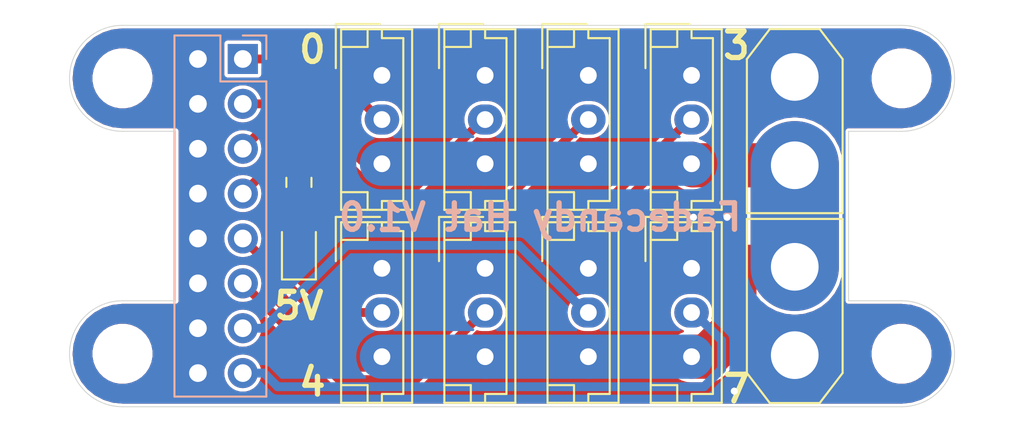
<source format=kicad_pcb>
(kicad_pcb (version 20171130) (host pcbnew "(5.1.4)-1")

  (general
    (thickness 1.6)
    (drawings 18)
    (tracks 81)
    (zones 0)
    (modules 17)
    (nets 15)
  )

  (page A4)
  (layers
    (0 F.Cu signal)
    (31 B.Cu signal)
    (32 B.Adhes user)
    (33 F.Adhes user)
    (34 B.Paste user)
    (35 F.Paste user)
    (36 B.SilkS user)
    (37 F.SilkS user)
    (38 B.Mask user)
    (39 F.Mask user)
    (40 Dwgs.User user)
    (41 Cmts.User user)
    (42 Eco1.User user)
    (43 Eco2.User user)
    (44 Edge.Cuts user)
    (45 Margin user)
    (46 B.CrtYd user)
    (47 F.CrtYd user)
    (48 B.Fab user)
    (49 F.Fab user)
  )

  (setup
    (last_trace_width 0.25)
    (user_trace_width 0.5)
    (user_trace_width 1.5)
    (user_trace_width 2.5)
    (user_trace_width 5)
    (trace_clearance 0.2)
    (zone_clearance 0.15)
    (zone_45_only no)
    (trace_min 0.2)
    (via_size 0.8)
    (via_drill 0.4)
    (via_min_size 0.4)
    (via_min_drill 0.3)
    (uvia_size 0.3)
    (uvia_drill 0.1)
    (uvias_allowed no)
    (uvia_min_size 0.2)
    (uvia_min_drill 0.1)
    (edge_width 0.05)
    (segment_width 0.2)
    (pcb_text_width 0.3)
    (pcb_text_size 1.5 1.5)
    (mod_edge_width 0.12)
    (mod_text_size 1 1)
    (mod_text_width 0.15)
    (pad_size 3 3)
    (pad_drill 3)
    (pad_to_mask_clearance 0.051)
    (solder_mask_min_width 0.25)
    (aux_axis_origin 0 0)
    (visible_elements 7FFFFFFF)
    (pcbplotparams
      (layerselection 0x010fc_ffffffff)
      (usegerberextensions false)
      (usegerberattributes false)
      (usegerberadvancedattributes false)
      (creategerberjobfile false)
      (excludeedgelayer true)
      (linewidth 0.100000)
      (plotframeref false)
      (viasonmask false)
      (mode 1)
      (useauxorigin false)
      (hpglpennumber 1)
      (hpglpenspeed 20)
      (hpglpendiameter 15.000000)
      (psnegative false)
      (psa4output false)
      (plotreference true)
      (plotvalue true)
      (plotinvisibletext false)
      (padsonsilk false)
      (subtractmaskfromsilk false)
      (outputformat 1)
      (mirror false)
      (drillshape 0)
      (scaleselection 1)
      (outputdirectory "FadeCandyV1.0_Gerbers/"))
  )

  (net 0 "")
  (net 1 GND)
  (net 2 "Net-(D1-Pad2)")
  (net 3 D1)
  (net 4 VCC)
  (net 5 D2)
  (net 6 D3)
  (net 7 D4)
  (net 8 D5)
  (net 9 D6)
  (net 10 D7)
  (net 11 D8)
  (net 12 "Net-(H2-Pad1)")
  (net 13 "Net-(H3-Pad1)")
  (net 14 "Net-(H4-Pad1)")

  (net_class Default "This is the default net class."
    (clearance 0.2)
    (trace_width 0.25)
    (via_dia 0.8)
    (via_drill 0.4)
    (uvia_dia 0.3)
    (uvia_drill 0.1)
    (add_net D1)
    (add_net D2)
    (add_net D3)
    (add_net D4)
    (add_net D5)
    (add_net D6)
    (add_net D7)
    (add_net D8)
    (add_net GND)
    (add_net "Net-(D1-Pad2)")
    (add_net "Net-(H2-Pad1)")
    (add_net "Net-(H3-Pad1)")
    (add_net "Net-(H4-Pad1)")
    (add_net VCC)
  )

  (module MountingHole:MountingHole_3mm (layer F.Cu) (tedit 56D1B4CB) (tstamp 617435AA)
    (at 41.1 19.225)
    (descr "Mounting Hole 3mm, no annular")
    (tags "mounting hole 3mm no annular")
    (path /61796CCA)
    (attr virtual)
    (fp_text reference H4 (at 0 -4) (layer F.SilkS) hide
      (effects (font (size 1 1) (thickness 0.15)))
    )
    (fp_text value MountingHole_Pad (at 0 4) (layer F.Fab)
      (effects (font (size 1 1) (thickness 0.15)))
    )
    (fp_circle (center 0 0) (end 3.25 0) (layer F.CrtYd) (width 0.05))
    (fp_circle (center 0 0) (end 3 0) (layer Cmts.User) (width 0.15))
    (fp_text user %R (at 0.3 0) (layer F.Fab)
      (effects (font (size 1 1) (thickness 0.15)))
    )
    (pad 1 np_thru_hole circle (at 0 0) (size 3 3) (drill 3) (layers *.Cu *.Mask)
      (net 14 "Net-(H4-Pad1)"))
  )

  (module MountingHole:MountingHole_3mm (layer F.Cu) (tedit 56D1B4CB) (tstamp 617435A2)
    (at -3 19.225)
    (descr "Mounting Hole 3mm, no annular")
    (tags "mounting hole 3mm no annular")
    (path /61796CBE)
    (attr virtual)
    (fp_text reference H3 (at -0.175 -20.114) (layer F.SilkS) hide
      (effects (font (size 1 1) (thickness 0.15)))
    )
    (fp_text value MountingHole_Pad (at 0 4) (layer F.Fab)
      (effects (font (size 1 1) (thickness 0.15)))
    )
    (fp_circle (center 0 0) (end 3.25 0) (layer F.CrtYd) (width 0.05))
    (fp_circle (center 0 0) (end 3 0) (layer Cmts.User) (width 0.15))
    (fp_text user %R (at 0.3 0) (layer F.Fab)
      (effects (font (size 1 1) (thickness 0.15)))
    )
    (pad 1 np_thru_hole circle (at 0 0) (size 3 3) (drill 3) (layers *.Cu *.Mask)
      (net 13 "Net-(H3-Pad1)"))
  )

  (module MountingHole:MountingHole_3mm (layer F.Cu) (tedit 56D1B4CB) (tstamp 61745AEF)
    (at 41.1 3.635)
    (descr "Mounting Hole 3mm, no annular")
    (tags "mounting hole 3mm no annular")
    (path /61794528)
    (attr virtual)
    (fp_text reference H2 (at 0 -4) (layer F.SilkS) hide
      (effects (font (size 1 1) (thickness 0.15)))
    )
    (fp_text value MountingHole_Pad (at 0 4) (layer F.Fab)
      (effects (font (size 1 1) (thickness 0.15)))
    )
    (fp_circle (center 0 0) (end 3.25 0) (layer F.CrtYd) (width 0.05))
    (fp_circle (center 0 0) (end 3 0) (layer Cmts.User) (width 0.15))
    (fp_text user %R (at 0.3 0) (layer F.Fab)
      (effects (font (size 1 1) (thickness 0.15)))
    )
    (pad 1 np_thru_hole circle (at 0 0) (size 3 3) (drill 3) (layers *.Cu *.Mask)
      (net 12 "Net-(H2-Pad1)"))
  )

  (module MountingHole:MountingHole_3mm (layer F.Cu) (tedit 61741E60) (tstamp 61743592)
    (at -3 3.635)
    (descr "Mounting Hole 3mm, no annular")
    (tags "mounting hole 3mm no annular")
    (path /617926A1)
    (attr virtual)
    (fp_text reference H1 (at 0 -4) (layer F.SilkS) hide
      (effects (font (size 1 1) (thickness 0.15)))
    )
    (fp_text value MountingHole_Pad (at 0 4) (layer F.Fab)
      (effects (font (size 1 1) (thickness 0.15)))
    )
    (fp_circle (center 0 0) (end 3.25 0) (layer F.CrtYd) (width 0.05))
    (fp_circle (center 0 0) (end 3 0) (layer Cmts.User) (width 0.15))
    (fp_text user %R (at 0.3 0) (layer F.Fab)
      (effects (font (size 1 1) (thickness 0.15)))
    )
    (pad "" np_thru_hole circle (at 0 0) (size 3 3) (drill 3) (layers *.Cu *.Mask))
  )

  (module LED_SMD:LED_0805_2012Metric (layer F.Cu) (tedit 5B36C52C) (tstamp 617418C3)
    (at 6.985 13.335 90)
    (descr "LED SMD 0805 (2012 Metric), square (rectangular) end terminal, IPC_7351 nominal, (Body size source: https://docs.google.com/spreadsheets/d/1BsfQQcO9C6DZCsRaXUlFlo91Tg2WpOkGARC1WS5S8t0/edit?usp=sharing), generated with kicad-footprint-generator")
    (tags diode)
    (path /61708840)
    (attr smd)
    (fp_text reference D1 (at -2.54 0 180) (layer F.SilkS) hide
      (effects (font (size 1 1) (thickness 0.15)))
    )
    (fp_text value LED_O (at 0 1.65 90) (layer F.Fab)
      (effects (font (size 1 1) (thickness 0.15)))
    )
    (fp_line (start 1 -0.6) (end -0.7 -0.6) (layer F.Fab) (width 0.1))
    (fp_line (start -0.7 -0.6) (end -1 -0.3) (layer F.Fab) (width 0.1))
    (fp_line (start -1 -0.3) (end -1 0.6) (layer F.Fab) (width 0.1))
    (fp_line (start -1 0.6) (end 1 0.6) (layer F.Fab) (width 0.1))
    (fp_line (start 1 0.6) (end 1 -0.6) (layer F.Fab) (width 0.1))
    (fp_line (start 1 -0.96) (end -1.685 -0.96) (layer F.SilkS) (width 0.12))
    (fp_line (start -1.685 -0.96) (end -1.685 0.96) (layer F.SilkS) (width 0.12))
    (fp_line (start -1.685 0.96) (end 1 0.96) (layer F.SilkS) (width 0.12))
    (fp_line (start -1.68 0.95) (end -1.68 -0.95) (layer F.CrtYd) (width 0.05))
    (fp_line (start -1.68 -0.95) (end 1.68 -0.95) (layer F.CrtYd) (width 0.05))
    (fp_line (start 1.68 -0.95) (end 1.68 0.95) (layer F.CrtYd) (width 0.05))
    (fp_line (start 1.68 0.95) (end -1.68 0.95) (layer F.CrtYd) (width 0.05))
    (fp_text user %R (at 0 0 90) (layer F.Fab)
      (effects (font (size 0.5 0.5) (thickness 0.08)))
    )
    (pad 1 smd roundrect (at -0.9375 0 90) (size 0.975 1.4) (layers F.Cu F.Paste F.Mask) (roundrect_rratio 0.25)
      (net 1 GND))
    (pad 2 smd roundrect (at 0.9375 0 90) (size 0.975 1.4) (layers F.Cu F.Paste F.Mask) (roundrect_rratio 0.25)
      (net 2 "Net-(D1-Pad2)"))
    (model ${KISYS3DMOD}/LED_SMD.3dshapes/LED_0805_2012Metric.wrl
      (at (xyz 0 0 0))
      (scale (xyz 1 1 1))
      (rotate (xyz 0 0 0))
    )
  )

  (module Connector_JST:JST_EH_B3B-EH-A_1x03_P2.50mm_Vertical (layer F.Cu) (tedit 5C28142C) (tstamp 617418E4)
    (at 11.684 3.469 270)
    (descr "JST EH series connector, B3B-EH-A (http://www.jst-mfg.com/product/pdf/eng/eEH.pdf), generated with kicad-footprint-generator")
    (tags "connector JST EH vertical")
    (path /616D995D)
    (fp_text reference J1 (at 2.5 -2.8 90) (layer F.SilkS) hide
      (effects (font (size 1 1) (thickness 0.15)))
    )
    (fp_text value Conn_01x03_Male (at 2.5 3.4 90) (layer F.Fab)
      (effects (font (size 1 1) (thickness 0.15)))
    )
    (fp_line (start -2.5 -1.6) (end -2.5 2.2) (layer F.Fab) (width 0.1))
    (fp_line (start -2.5 2.2) (end 7.5 2.2) (layer F.Fab) (width 0.1))
    (fp_line (start 7.5 2.2) (end 7.5 -1.6) (layer F.Fab) (width 0.1))
    (fp_line (start 7.5 -1.6) (end -2.5 -1.6) (layer F.Fab) (width 0.1))
    (fp_line (start -3 -2.1) (end -3 2.7) (layer F.CrtYd) (width 0.05))
    (fp_line (start -3 2.7) (end 8 2.7) (layer F.CrtYd) (width 0.05))
    (fp_line (start 8 2.7) (end 8 -2.1) (layer F.CrtYd) (width 0.05))
    (fp_line (start 8 -2.1) (end -3 -2.1) (layer F.CrtYd) (width 0.05))
    (fp_line (start -2.61 -1.71) (end -2.61 2.31) (layer F.SilkS) (width 0.12))
    (fp_line (start -2.61 2.31) (end 7.61 2.31) (layer F.SilkS) (width 0.12))
    (fp_line (start 7.61 2.31) (end 7.61 -1.71) (layer F.SilkS) (width 0.12))
    (fp_line (start 7.61 -1.71) (end -2.61 -1.71) (layer F.SilkS) (width 0.12))
    (fp_line (start -2.61 0) (end -2.11 0) (layer F.SilkS) (width 0.12))
    (fp_line (start -2.11 0) (end -2.11 -1.21) (layer F.SilkS) (width 0.12))
    (fp_line (start -2.11 -1.21) (end 7.11 -1.21) (layer F.SilkS) (width 0.12))
    (fp_line (start 7.11 -1.21) (end 7.11 0) (layer F.SilkS) (width 0.12))
    (fp_line (start 7.11 0) (end 7.61 0) (layer F.SilkS) (width 0.12))
    (fp_line (start -2.61 0.81) (end -1.61 0.81) (layer F.SilkS) (width 0.12))
    (fp_line (start -1.61 0.81) (end -1.61 2.31) (layer F.SilkS) (width 0.12))
    (fp_line (start 7.61 0.81) (end 6.61 0.81) (layer F.SilkS) (width 0.12))
    (fp_line (start 6.61 0.81) (end 6.61 2.31) (layer F.SilkS) (width 0.12))
    (fp_line (start -2.91 0.11) (end -2.91 2.61) (layer F.SilkS) (width 0.12))
    (fp_line (start -2.91 2.61) (end -0.41 2.61) (layer F.SilkS) (width 0.12))
    (fp_line (start -2.91 0.11) (end -2.91 2.61) (layer F.Fab) (width 0.1))
    (fp_line (start -2.91 2.61) (end -0.41 2.61) (layer F.Fab) (width 0.1))
    (fp_text user %R (at 2.5 1.5 90) (layer F.Fab)
      (effects (font (size 1 1) (thickness 0.15)))
    )
    (pad 1 thru_hole roundrect (at 0 0 270) (size 1.7 1.95) (drill 0.95) (layers *.Cu *.Mask) (roundrect_rratio 0.147059)
      (net 1 GND))
    (pad 2 thru_hole oval (at 2.5 0 270) (size 1.7 1.95) (drill 0.95) (layers *.Cu *.Mask)
      (net 3 D1))
    (pad 3 thru_hole oval (at 5 0 270) (size 1.7 1.95) (drill 0.95) (layers *.Cu *.Mask)
      (net 4 VCC))
    (model ${KISYS3DMOD}/Connector_JST.3dshapes/JST_EH_B3B-EH-A_1x03_P2.50mm_Vertical.wrl
      (at (xyz 0 0 0))
      (scale (xyz 1 1 1))
      (rotate (xyz 0 0 0))
    )
  )

  (module Connector_AMASS:AMASS_XT30U-M_1x02_P5.0mm_Vertical (layer F.Cu) (tedit 5C8E9CCA) (tstamp 617418FF)
    (at 35.052 3.556 270)
    (descr "Connector XT30 Vertical Cable Male, https://www.tme.eu/en/Document/3cbfa5cfa544d79584972dd5234a409e/XT30U%20SPEC.pdf")
    (tags "RC Connector XT30")
    (path /616F30B3)
    (fp_text reference J2 (at -1.397 3.429 90) (layer F.SilkS) hide
      (effects (font (size 1 1) (thickness 0.15)))
    )
    (fp_text value Conn_01x02_Male (at 2.5 4 90) (layer F.Fab)
      (effects (font (size 1 1) (thickness 0.15)))
    )
    (fp_text user %R (at 2.5 0 90) (layer F.Fab)
      (effects (font (size 1 1) (thickness 0.15)))
    )
    (fp_line (start -2.6 -1.3) (end -2.6 1.3) (layer F.Fab) (width 0.1))
    (fp_line (start 7.6 -2.6) (end 7.6 2.6) (layer F.Fab) (width 0.1))
    (fp_line (start -0.9 -2.6) (end 7.6 -2.6) (layer F.Fab) (width 0.1))
    (fp_line (start -0.9 2.6) (end 7.6 2.6) (layer F.Fab) (width 0.1))
    (fp_line (start -2.6 -1.3) (end -0.9 -2.6) (layer F.Fab) (width 0.1))
    (fp_line (start -2.6 1.3) (end -0.9 2.6) (layer F.Fab) (width 0.1))
    (fp_line (start -1.01 -2.71) (end 7.71 -2.71) (layer F.SilkS) (width 0.12))
    (fp_line (start 7.71 -2.71) (end 7.71 2.71) (layer F.SilkS) (width 0.12))
    (fp_line (start -1.01 2.71) (end 7.71 2.71) (layer F.SilkS) (width 0.12))
    (fp_line (start -2.71 -1.41) (end -1.01 -2.71) (layer F.SilkS) (width 0.12))
    (fp_line (start -2.71 1.41) (end -1.01 2.71) (layer F.SilkS) (width 0.12))
    (fp_line (start -2.71 -1.41) (end -2.71 1.41) (layer F.SilkS) (width 0.12))
    (fp_line (start -1.4 -3.1) (end 8.1 -3.1) (layer F.CrtYd) (width 0.05))
    (fp_line (start 8.1 -3.1) (end 8.1 3.1) (layer F.CrtYd) (width 0.05))
    (fp_line (start -3.1 -1.8) (end -3.1 1.8) (layer F.CrtYd) (width 0.05))
    (fp_line (start -1.4 3.1) (end 8.1 3.1) (layer F.CrtYd) (width 0.05))
    (fp_line (start -3.1 -1.8) (end -1.4 -3.1) (layer F.CrtYd) (width 0.05))
    (fp_line (start -3.1 1.8) (end -1.4 3.1) (layer F.CrtYd) (width 0.05))
    (fp_text user + (at 9 0 90) (layer F.SilkS) hide
      (effects (font (size 1.5 1.5) (thickness 0.15)))
    )
    (fp_text user - (at -4 0 90) (layer F.SilkS) hide
      (effects (font (size 1.5 1.5) (thickness 0.15)))
    )
    (pad 1 thru_hole rect (at 0 0 270) (size 3.8 3.8) (drill 2.7) (layers *.Cu *.Mask)
      (net 1 GND))
    (pad 2 thru_hole circle (at 5 0 270) (size 3.8 3.8) (drill 2.7) (layers *.Cu *.Mask)
      (net 4 VCC))
    (model ${KISYS3DMOD}/Connector_AMASS.3dshapes/AMASS_XT30U-M_1x02_P5.0mm_Vertical.wrl
      (at (xyz 0 0 0))
      (scale (xyz 1 1 1))
      (rotate (xyz 0 0 0))
    )
  )

  (module Connector_JST:JST_EH_B3B-EH-A_1x03_P2.50mm_Vertical (layer F.Cu) (tedit 5C28142C) (tstamp 61741920)
    (at 17.526 3.469 270)
    (descr "JST EH series connector, B3B-EH-A (http://www.jst-mfg.com/product/pdf/eng/eEH.pdf), generated with kicad-footprint-generator")
    (tags "connector JST EH vertical")
    (path /617280F3)
    (fp_text reference e (at 2.5 -2.8 90) (layer F.SilkS) hide
      (effects (font (size 1 1) (thickness 0.15)))
    )
    (fp_text value Conn_01x03_Male (at 2.5 3.4 90) (layer F.Fab)
      (effects (font (size 1 1) (thickness 0.15)))
    )
    (fp_text user %R (at 2.5 1.5 90) (layer F.Fab)
      (effects (font (size 1 1) (thickness 0.15)))
    )
    (fp_line (start -2.91 2.61) (end -0.41 2.61) (layer F.Fab) (width 0.1))
    (fp_line (start -2.91 0.11) (end -2.91 2.61) (layer F.Fab) (width 0.1))
    (fp_line (start -2.91 2.61) (end -0.41 2.61) (layer F.SilkS) (width 0.12))
    (fp_line (start -2.91 0.11) (end -2.91 2.61) (layer F.SilkS) (width 0.12))
    (fp_line (start 6.61 0.81) (end 6.61 2.31) (layer F.SilkS) (width 0.12))
    (fp_line (start 7.61 0.81) (end 6.61 0.81) (layer F.SilkS) (width 0.12))
    (fp_line (start -1.61 0.81) (end -1.61 2.31) (layer F.SilkS) (width 0.12))
    (fp_line (start -2.61 0.81) (end -1.61 0.81) (layer F.SilkS) (width 0.12))
    (fp_line (start 7.11 0) (end 7.61 0) (layer F.SilkS) (width 0.12))
    (fp_line (start 7.11 -1.21) (end 7.11 0) (layer F.SilkS) (width 0.12))
    (fp_line (start -2.11 -1.21) (end 7.11 -1.21) (layer F.SilkS) (width 0.12))
    (fp_line (start -2.11 0) (end -2.11 -1.21) (layer F.SilkS) (width 0.12))
    (fp_line (start -2.61 0) (end -2.11 0) (layer F.SilkS) (width 0.12))
    (fp_line (start 7.61 -1.71) (end -2.61 -1.71) (layer F.SilkS) (width 0.12))
    (fp_line (start 7.61 2.31) (end 7.61 -1.71) (layer F.SilkS) (width 0.12))
    (fp_line (start -2.61 2.31) (end 7.61 2.31) (layer F.SilkS) (width 0.12))
    (fp_line (start -2.61 -1.71) (end -2.61 2.31) (layer F.SilkS) (width 0.12))
    (fp_line (start 8 -2.1) (end -3 -2.1) (layer F.CrtYd) (width 0.05))
    (fp_line (start 8 2.7) (end 8 -2.1) (layer F.CrtYd) (width 0.05))
    (fp_line (start -3 2.7) (end 8 2.7) (layer F.CrtYd) (width 0.05))
    (fp_line (start -3 -2.1) (end -3 2.7) (layer F.CrtYd) (width 0.05))
    (fp_line (start 7.5 -1.6) (end -2.5 -1.6) (layer F.Fab) (width 0.1))
    (fp_line (start 7.5 2.2) (end 7.5 -1.6) (layer F.Fab) (width 0.1))
    (fp_line (start -2.5 2.2) (end 7.5 2.2) (layer F.Fab) (width 0.1))
    (fp_line (start -2.5 -1.6) (end -2.5 2.2) (layer F.Fab) (width 0.1))
    (pad 3 thru_hole oval (at 5 0 270) (size 1.7 1.95) (drill 0.95) (layers *.Cu *.Mask)
      (net 4 VCC))
    (pad 2 thru_hole oval (at 2.5 0 270) (size 1.7 1.95) (drill 0.95) (layers *.Cu *.Mask)
      (net 5 D2))
    (pad 1 thru_hole roundrect (at 0 0 270) (size 1.7 1.95) (drill 0.95) (layers *.Cu *.Mask) (roundrect_rratio 0.147059)
      (net 1 GND))
    (model ${KISYS3DMOD}/Connector_JST.3dshapes/JST_EH_B3B-EH-A_1x03_P2.50mm_Vertical.wrl
      (at (xyz 0 0 0))
      (scale (xyz 1 1 1))
      (rotate (xyz 0 0 0))
    )
  )

  (module Connector_AMASS:AMASS_XT30U-F_1x02_P5.0mm_Vertical (layer F.Cu) (tedit 5C8E9CDA) (tstamp 6174193B)
    (at 35.052 19.304 90)
    (descr "Connector XT30 Vertical Cable Female, https://www.tme.eu/en/Document/3cbfa5cfa544d79584972dd5234a409e/XT30U%20SPEC.pdf")
    (tags "RC Connector XT30")
    (path /6176CA47)
    (fp_text reference J4 (at -2.159 3.175 90) (layer F.SilkS) hide
      (effects (font (size 1 1) (thickness 0.15)))
    )
    (fp_text value Conn_01x02_Female (at 2.5 4 90) (layer F.Fab)
      (effects (font (size 1 1) (thickness 0.15)))
    )
    (fp_text user %R (at 2.5 0 90) (layer F.Fab)
      (effects (font (size 1 1) (thickness 0.15)))
    )
    (fp_line (start -2.6 -1.3) (end -2.6 1.3) (layer F.Fab) (width 0.1))
    (fp_line (start 7.6 -2.6) (end 7.6 2.6) (layer F.Fab) (width 0.1))
    (fp_line (start -0.9 -2.6) (end 7.6 -2.6) (layer F.Fab) (width 0.1))
    (fp_line (start -0.9 2.6) (end 7.6 2.6) (layer F.Fab) (width 0.1))
    (fp_line (start -2.6 -1.3) (end -0.9 -2.6) (layer F.Fab) (width 0.1))
    (fp_line (start -2.6 1.3) (end -0.9 2.6) (layer F.Fab) (width 0.1))
    (fp_line (start -1.01 -2.71) (end 7.71 -2.71) (layer F.SilkS) (width 0.12))
    (fp_line (start 7.71 -2.71) (end 7.71 2.71) (layer F.SilkS) (width 0.12))
    (fp_line (start -1.01 2.71) (end 7.71 2.71) (layer F.SilkS) (width 0.12))
    (fp_line (start -2.71 -1.41) (end -1.01 -2.71) (layer F.SilkS) (width 0.12))
    (fp_line (start -2.71 1.41) (end -1.01 2.71) (layer F.SilkS) (width 0.12))
    (fp_line (start -2.71 -1.41) (end -2.71 1.41) (layer F.SilkS) (width 0.12))
    (fp_line (start -1.4 -3.1) (end 8.1 -3.1) (layer F.CrtYd) (width 0.05))
    (fp_line (start 8.1 -3.1) (end 8.1 3.1) (layer F.CrtYd) (width 0.05))
    (fp_line (start -3.1 -1.8) (end -3.1 1.8) (layer F.CrtYd) (width 0.05))
    (fp_line (start -1.4 3.1) (end 8.1 3.1) (layer F.CrtYd) (width 0.05))
    (fp_line (start -3.1 -1.8) (end -1.4 -3.1) (layer F.CrtYd) (width 0.05))
    (fp_line (start -3.1 1.8) (end -1.4 3.1) (layer F.CrtYd) (width 0.05))
    (fp_text user + (at 9 0 90) (layer F.SilkS) hide
      (effects (font (size 1.5 1.5) (thickness 0.15)))
    )
    (fp_text user - (at -4 0 90) (layer F.SilkS) hide
      (effects (font (size 1.5 1.5) (thickness 0.15)))
    )
    (pad 1 thru_hole rect (at 0 0 90) (size 3.8 3.8) (drill 2.7) (layers *.Cu *.Mask)
      (net 1 GND))
    (pad 2 thru_hole circle (at 5 0 90) (size 4 4) (drill 2.7) (layers *.Cu *.Mask)
      (net 4 VCC))
    (model ${KISYS3DMOD}/Connector_AMASS.3dshapes/AMASS_XT30U-F_1x02_P5.0mm_Vertical.wrl
      (at (xyz 0 0 0))
      (scale (xyz 1 1 1))
      (rotate (xyz 0 0 0))
    )
  )

  (module Connector_JST:JST_EH_B3B-EH-A_1x03_P2.50mm_Vertical (layer F.Cu) (tedit 5C28142C) (tstamp 6174195C)
    (at 23.368 3.469 270)
    (descr "JST EH series connector, B3B-EH-A (http://www.jst-mfg.com/product/pdf/eng/eEH.pdf), generated with kicad-footprint-generator")
    (tags "connector JST EH vertical")
    (path /61728D4D)
    (fp_text reference e (at 2.5 -2.8 90) (layer F.SilkS) hide
      (effects (font (size 1 1) (thickness 0.15)))
    )
    (fp_text value Conn_01x03_Male (at 2.5 3.4 90) (layer F.Fab)
      (effects (font (size 1 1) (thickness 0.15)))
    )
    (fp_text user %R (at 2.5 1.5 90) (layer F.Fab)
      (effects (font (size 1 1) (thickness 0.15)))
    )
    (fp_line (start -2.91 2.61) (end -0.41 2.61) (layer F.Fab) (width 0.1))
    (fp_line (start -2.91 0.11) (end -2.91 2.61) (layer F.Fab) (width 0.1))
    (fp_line (start -2.91 2.61) (end -0.41 2.61) (layer F.SilkS) (width 0.12))
    (fp_line (start -2.91 0.11) (end -2.91 2.61) (layer F.SilkS) (width 0.12))
    (fp_line (start 6.61 0.81) (end 6.61 2.31) (layer F.SilkS) (width 0.12))
    (fp_line (start 7.61 0.81) (end 6.61 0.81) (layer F.SilkS) (width 0.12))
    (fp_line (start -1.61 0.81) (end -1.61 2.31) (layer F.SilkS) (width 0.12))
    (fp_line (start -2.61 0.81) (end -1.61 0.81) (layer F.SilkS) (width 0.12))
    (fp_line (start 7.11 0) (end 7.61 0) (layer F.SilkS) (width 0.12))
    (fp_line (start 7.11 -1.21) (end 7.11 0) (layer F.SilkS) (width 0.12))
    (fp_line (start -2.11 -1.21) (end 7.11 -1.21) (layer F.SilkS) (width 0.12))
    (fp_line (start -2.11 0) (end -2.11 -1.21) (layer F.SilkS) (width 0.12))
    (fp_line (start -2.61 0) (end -2.11 0) (layer F.SilkS) (width 0.12))
    (fp_line (start 7.61 -1.71) (end -2.61 -1.71) (layer F.SilkS) (width 0.12))
    (fp_line (start 7.61 2.31) (end 7.61 -1.71) (layer F.SilkS) (width 0.12))
    (fp_line (start -2.61 2.31) (end 7.61 2.31) (layer F.SilkS) (width 0.12))
    (fp_line (start -2.61 -1.71) (end -2.61 2.31) (layer F.SilkS) (width 0.12))
    (fp_line (start 8 -2.1) (end -3 -2.1) (layer F.CrtYd) (width 0.05))
    (fp_line (start 8 2.7) (end 8 -2.1) (layer F.CrtYd) (width 0.05))
    (fp_line (start -3 2.7) (end 8 2.7) (layer F.CrtYd) (width 0.05))
    (fp_line (start -3 -2.1) (end -3 2.7) (layer F.CrtYd) (width 0.05))
    (fp_line (start 7.5 -1.6) (end -2.5 -1.6) (layer F.Fab) (width 0.1))
    (fp_line (start 7.5 2.2) (end 7.5 -1.6) (layer F.Fab) (width 0.1))
    (fp_line (start -2.5 2.2) (end 7.5 2.2) (layer F.Fab) (width 0.1))
    (fp_line (start -2.5 -1.6) (end -2.5 2.2) (layer F.Fab) (width 0.1))
    (pad 3 thru_hole oval (at 5 0 270) (size 1.7 1.95) (drill 0.95) (layers *.Cu *.Mask)
      (net 4 VCC))
    (pad 2 thru_hole oval (at 2.5 0 270) (size 1.7 1.95) (drill 0.95) (layers *.Cu *.Mask)
      (net 6 D3))
    (pad 1 thru_hole roundrect (at 0 0 270) (size 1.7 1.95) (drill 0.95) (layers *.Cu *.Mask) (roundrect_rratio 0.147059)
      (net 1 GND))
    (model ${KISYS3DMOD}/Connector_JST.3dshapes/JST_EH_B3B-EH-A_1x03_P2.50mm_Vertical.wrl
      (at (xyz 0 0 0))
      (scale (xyz 1 1 1))
      (rotate (xyz 0 0 0))
    )
  )

  (module Connector_JST:JST_EH_B3B-EH-A_1x03_P2.50mm_Vertical (layer F.Cu) (tedit 5C28142C) (tstamp 6174197D)
    (at 29.21 3.469 270)
    (descr "JST EH series connector, B3B-EH-A (http://www.jst-mfg.com/product/pdf/eng/eEH.pdf), generated with kicad-footprint-generator")
    (tags "connector JST EH vertical")
    (path /617285EE)
    (fp_text reference J6 (at 2.881 -2.413 90) (layer F.SilkS) hide
      (effects (font (size 1 1) (thickness 0.15)))
    )
    (fp_text value Conn_01x03_Male (at 2.5 3.4 90) (layer F.Fab)
      (effects (font (size 1 1) (thickness 0.15)))
    )
    (fp_line (start -2.5 -1.6) (end -2.5 2.2) (layer F.Fab) (width 0.1))
    (fp_line (start -2.5 2.2) (end 7.5 2.2) (layer F.Fab) (width 0.1))
    (fp_line (start 7.5 2.2) (end 7.5 -1.6) (layer F.Fab) (width 0.1))
    (fp_line (start 7.5 -1.6) (end -2.5 -1.6) (layer F.Fab) (width 0.1))
    (fp_line (start -3 -2.1) (end -3 2.7) (layer F.CrtYd) (width 0.05))
    (fp_line (start -3 2.7) (end 8 2.7) (layer F.CrtYd) (width 0.05))
    (fp_line (start 8 2.7) (end 8 -2.1) (layer F.CrtYd) (width 0.05))
    (fp_line (start 8 -2.1) (end -3 -2.1) (layer F.CrtYd) (width 0.05))
    (fp_line (start -2.61 -1.71) (end -2.61 2.31) (layer F.SilkS) (width 0.12))
    (fp_line (start -2.61 2.31) (end 7.61 2.31) (layer F.SilkS) (width 0.12))
    (fp_line (start 7.61 2.31) (end 7.61 -1.71) (layer F.SilkS) (width 0.12))
    (fp_line (start 7.61 -1.71) (end -2.61 -1.71) (layer F.SilkS) (width 0.12))
    (fp_line (start -2.61 0) (end -2.11 0) (layer F.SilkS) (width 0.12))
    (fp_line (start -2.11 0) (end -2.11 -1.21) (layer F.SilkS) (width 0.12))
    (fp_line (start -2.11 -1.21) (end 7.11 -1.21) (layer F.SilkS) (width 0.12))
    (fp_line (start 7.11 -1.21) (end 7.11 0) (layer F.SilkS) (width 0.12))
    (fp_line (start 7.11 0) (end 7.61 0) (layer F.SilkS) (width 0.12))
    (fp_line (start -2.61 0.81) (end -1.61 0.81) (layer F.SilkS) (width 0.12))
    (fp_line (start -1.61 0.81) (end -1.61 2.31) (layer F.SilkS) (width 0.12))
    (fp_line (start 7.61 0.81) (end 6.61 0.81) (layer F.SilkS) (width 0.12))
    (fp_line (start 6.61 0.81) (end 6.61 2.31) (layer F.SilkS) (width 0.12))
    (fp_line (start -2.91 0.11) (end -2.91 2.61) (layer F.SilkS) (width 0.12))
    (fp_line (start -2.91 2.61) (end -0.41 2.61) (layer F.SilkS) (width 0.12))
    (fp_line (start -2.91 0.11) (end -2.91 2.61) (layer F.Fab) (width 0.1))
    (fp_line (start -2.91 2.61) (end -0.41 2.61) (layer F.Fab) (width 0.1))
    (fp_text user %R (at 2.5 1.5 90) (layer F.Fab)
      (effects (font (size 1 1) (thickness 0.15)))
    )
    (pad 1 thru_hole roundrect (at 0 0 270) (size 1.7 1.95) (drill 0.95) (layers *.Cu *.Mask) (roundrect_rratio 0.147059)
      (net 1 GND))
    (pad 2 thru_hole oval (at 2.5 0 270) (size 1.7 1.95) (drill 0.95) (layers *.Cu *.Mask)
      (net 7 D4))
    (pad 3 thru_hole oval (at 5 0 270) (size 1.7 1.95) (drill 0.95) (layers *.Cu *.Mask)
      (net 4 VCC))
    (model ${KISYS3DMOD}/Connector_JST.3dshapes/JST_EH_B3B-EH-A_1x03_P2.50mm_Vertical.wrl
      (at (xyz 0 0 0))
      (scale (xyz 1 1 1))
      (rotate (xyz 0 0 0))
    )
  )

  (module Connector_JST:JST_EH_B3B-EH-A_1x03_P2.50mm_Vertical (layer F.Cu) (tedit 5C28142C) (tstamp 6174199E)
    (at 11.684 14.391 270)
    (descr "JST EH series connector, B3B-EH-A (http://www.jst-mfg.com/product/pdf/eng/eEH.pdf), generated with kicad-footprint-generator")
    (tags "connector JST EH vertical")
    (path /617293D6)
    (fp_text reference J7 (at 2.5 -2.8 90) (layer F.SilkS) hide
      (effects (font (size 1 1) (thickness 0.15)))
    )
    (fp_text value Conn_01x03_Male (at 2.5 3.4 90) (layer F.Fab)
      (effects (font (size 1 1) (thickness 0.15)))
    )
    (fp_line (start -2.5 -1.6) (end -2.5 2.2) (layer F.Fab) (width 0.1))
    (fp_line (start -2.5 2.2) (end 7.5 2.2) (layer F.Fab) (width 0.1))
    (fp_line (start 7.5 2.2) (end 7.5 -1.6) (layer F.Fab) (width 0.1))
    (fp_line (start 7.5 -1.6) (end -2.5 -1.6) (layer F.Fab) (width 0.1))
    (fp_line (start -3 -2.1) (end -3 2.7) (layer F.CrtYd) (width 0.05))
    (fp_line (start -3 2.7) (end 8 2.7) (layer F.CrtYd) (width 0.05))
    (fp_line (start 8 2.7) (end 8 -2.1) (layer F.CrtYd) (width 0.05))
    (fp_line (start 8 -2.1) (end -3 -2.1) (layer F.CrtYd) (width 0.05))
    (fp_line (start -2.61 -1.71) (end -2.61 2.31) (layer F.SilkS) (width 0.12))
    (fp_line (start -2.61 2.31) (end 7.61 2.31) (layer F.SilkS) (width 0.12))
    (fp_line (start 7.61 2.31) (end 7.61 -1.71) (layer F.SilkS) (width 0.12))
    (fp_line (start 7.61 -1.71) (end -2.61 -1.71) (layer F.SilkS) (width 0.12))
    (fp_line (start -2.61 0) (end -2.11 0) (layer F.SilkS) (width 0.12))
    (fp_line (start -2.11 0) (end -2.11 -1.21) (layer F.SilkS) (width 0.12))
    (fp_line (start -2.11 -1.21) (end 7.11 -1.21) (layer F.SilkS) (width 0.12))
    (fp_line (start 7.11 -1.21) (end 7.11 0) (layer F.SilkS) (width 0.12))
    (fp_line (start 7.11 0) (end 7.61 0) (layer F.SilkS) (width 0.12))
    (fp_line (start -2.61 0.81) (end -1.61 0.81) (layer F.SilkS) (width 0.12))
    (fp_line (start -1.61 0.81) (end -1.61 2.31) (layer F.SilkS) (width 0.12))
    (fp_line (start 7.61 0.81) (end 6.61 0.81) (layer F.SilkS) (width 0.12))
    (fp_line (start 6.61 0.81) (end 6.61 2.31) (layer F.SilkS) (width 0.12))
    (fp_line (start -2.91 0.11) (end -2.91 2.61) (layer F.SilkS) (width 0.12))
    (fp_line (start -2.91 2.61) (end -0.41 2.61) (layer F.SilkS) (width 0.12))
    (fp_line (start -2.91 0.11) (end -2.91 2.61) (layer F.Fab) (width 0.1))
    (fp_line (start -2.91 2.61) (end -0.41 2.61) (layer F.Fab) (width 0.1))
    (fp_text user %R (at 2.5 1.5 90) (layer F.Fab)
      (effects (font (size 1 1) (thickness 0.15)))
    )
    (pad 1 thru_hole roundrect (at 0 0 270) (size 1.7 1.95) (drill 0.95) (layers *.Cu *.Mask) (roundrect_rratio 0.147059)
      (net 1 GND))
    (pad 2 thru_hole oval (at 2.5 0 270) (size 1.7 1.95) (drill 0.95) (layers *.Cu *.Mask)
      (net 8 D5))
    (pad 3 thru_hole oval (at 5 0 270) (size 1.7 1.95) (drill 0.95) (layers *.Cu *.Mask)
      (net 4 VCC))
    (model ${KISYS3DMOD}/Connector_JST.3dshapes/JST_EH_B3B-EH-A_1x03_P2.50mm_Vertical.wrl
      (at (xyz 0 0 0))
      (scale (xyz 1 1 1))
      (rotate (xyz 0 0 0))
    )
  )

  (module Connector_JST:JST_EH_B3B-EH-A_1x03_P2.50mm_Vertical (layer F.Cu) (tedit 5C28142C) (tstamp 617419BF)
    (at 17.526 14.391 270)
    (descr "JST EH series connector, B3B-EH-A (http://www.jst-mfg.com/product/pdf/eng/eEH.pdf), generated with kicad-footprint-generator")
    (tags "connector JST EH vertical")
    (path /6172986C)
    (fp_text reference J8 (at 2.5 -2.8 90) (layer F.SilkS) hide
      (effects (font (size 1 1) (thickness 0.15)))
    )
    (fp_text value Conn_01x03_Male (at 2.5 3.4 90) (layer F.Fab)
      (effects (font (size 1 1) (thickness 0.15)))
    )
    (fp_text user %R (at 2.5 1.5 90) (layer F.Fab)
      (effects (font (size 1 1) (thickness 0.15)))
    )
    (fp_line (start -2.91 2.61) (end -0.41 2.61) (layer F.Fab) (width 0.1))
    (fp_line (start -2.91 0.11) (end -2.91 2.61) (layer F.Fab) (width 0.1))
    (fp_line (start -2.91 2.61) (end -0.41 2.61) (layer F.SilkS) (width 0.12))
    (fp_line (start -2.91 0.11) (end -2.91 2.61) (layer F.SilkS) (width 0.12))
    (fp_line (start 6.61 0.81) (end 6.61 2.31) (layer F.SilkS) (width 0.12))
    (fp_line (start 7.61 0.81) (end 6.61 0.81) (layer F.SilkS) (width 0.12))
    (fp_line (start -1.61 0.81) (end -1.61 2.31) (layer F.SilkS) (width 0.12))
    (fp_line (start -2.61 0.81) (end -1.61 0.81) (layer F.SilkS) (width 0.12))
    (fp_line (start 7.11 0) (end 7.61 0) (layer F.SilkS) (width 0.12))
    (fp_line (start 7.11 -1.21) (end 7.11 0) (layer F.SilkS) (width 0.12))
    (fp_line (start -2.11 -1.21) (end 7.11 -1.21) (layer F.SilkS) (width 0.12))
    (fp_line (start -2.11 0) (end -2.11 -1.21) (layer F.SilkS) (width 0.12))
    (fp_line (start -2.61 0) (end -2.11 0) (layer F.SilkS) (width 0.12))
    (fp_line (start 7.61 -1.71) (end -2.61 -1.71) (layer F.SilkS) (width 0.12))
    (fp_line (start 7.61 2.31) (end 7.61 -1.71) (layer F.SilkS) (width 0.12))
    (fp_line (start -2.61 2.31) (end 7.61 2.31) (layer F.SilkS) (width 0.12))
    (fp_line (start -2.61 -1.71) (end -2.61 2.31) (layer F.SilkS) (width 0.12))
    (fp_line (start 8 -2.1) (end -3 -2.1) (layer F.CrtYd) (width 0.05))
    (fp_line (start 8 2.7) (end 8 -2.1) (layer F.CrtYd) (width 0.05))
    (fp_line (start -3 2.7) (end 8 2.7) (layer F.CrtYd) (width 0.05))
    (fp_line (start -3 -2.1) (end -3 2.7) (layer F.CrtYd) (width 0.05))
    (fp_line (start 7.5 -1.6) (end -2.5 -1.6) (layer F.Fab) (width 0.1))
    (fp_line (start 7.5 2.2) (end 7.5 -1.6) (layer F.Fab) (width 0.1))
    (fp_line (start -2.5 2.2) (end 7.5 2.2) (layer F.Fab) (width 0.1))
    (fp_line (start -2.5 -1.6) (end -2.5 2.2) (layer F.Fab) (width 0.1))
    (pad 3 thru_hole oval (at 5 0 270) (size 1.7 1.95) (drill 0.95) (layers *.Cu *.Mask)
      (net 4 VCC))
    (pad 2 thru_hole oval (at 2.5 0 270) (size 1.7 1.95) (drill 0.95) (layers *.Cu *.Mask)
      (net 9 D6))
    (pad 1 thru_hole roundrect (at 0 0 270) (size 1.7 1.95) (drill 0.95) (layers *.Cu *.Mask) (roundrect_rratio 0.147059)
      (net 1 GND))
    (model ${KISYS3DMOD}/Connector_JST.3dshapes/JST_EH_B3B-EH-A_1x03_P2.50mm_Vertical.wrl
      (at (xyz 0 0 0))
      (scale (xyz 1 1 1))
      (rotate (xyz 0 0 0))
    )
  )

  (module Connector_JST:JST_EH_B3B-EH-A_1x03_P2.50mm_Vertical (layer F.Cu) (tedit 5C28142C) (tstamp 617419E0)
    (at 23.368 14.391 270)
    (descr "JST EH series connector, B3B-EH-A (http://www.jst-mfg.com/product/pdf/eng/eEH.pdf), generated with kicad-footprint-generator")
    (tags "connector JST EH vertical")
    (path /61729C06)
    (fp_text reference J9 (at 2.5 -2.8 90) (layer F.SilkS) hide
      (effects (font (size 1 1) (thickness 0.15)))
    )
    (fp_text value Conn_01x03_Male (at 2.5 3.4 90) (layer F.Fab)
      (effects (font (size 1 1) (thickness 0.15)))
    )
    (fp_line (start -2.5 -1.6) (end -2.5 2.2) (layer F.Fab) (width 0.1))
    (fp_line (start -2.5 2.2) (end 7.5 2.2) (layer F.Fab) (width 0.1))
    (fp_line (start 7.5 2.2) (end 7.5 -1.6) (layer F.Fab) (width 0.1))
    (fp_line (start 7.5 -1.6) (end -2.5 -1.6) (layer F.Fab) (width 0.1))
    (fp_line (start -3 -2.1) (end -3 2.7) (layer F.CrtYd) (width 0.05))
    (fp_line (start -3 2.7) (end 8 2.7) (layer F.CrtYd) (width 0.05))
    (fp_line (start 8 2.7) (end 8 -2.1) (layer F.CrtYd) (width 0.05))
    (fp_line (start 8 -2.1) (end -3 -2.1) (layer F.CrtYd) (width 0.05))
    (fp_line (start -2.61 -1.71) (end -2.61 2.31) (layer F.SilkS) (width 0.12))
    (fp_line (start -2.61 2.31) (end 7.61 2.31) (layer F.SilkS) (width 0.12))
    (fp_line (start 7.61 2.31) (end 7.61 -1.71) (layer F.SilkS) (width 0.12))
    (fp_line (start 7.61 -1.71) (end -2.61 -1.71) (layer F.SilkS) (width 0.12))
    (fp_line (start -2.61 0) (end -2.11 0) (layer F.SilkS) (width 0.12))
    (fp_line (start -2.11 0) (end -2.11 -1.21) (layer F.SilkS) (width 0.12))
    (fp_line (start -2.11 -1.21) (end 7.11 -1.21) (layer F.SilkS) (width 0.12))
    (fp_line (start 7.11 -1.21) (end 7.11 0) (layer F.SilkS) (width 0.12))
    (fp_line (start 7.11 0) (end 7.61 0) (layer F.SilkS) (width 0.12))
    (fp_line (start -2.61 0.81) (end -1.61 0.81) (layer F.SilkS) (width 0.12))
    (fp_line (start -1.61 0.81) (end -1.61 2.31) (layer F.SilkS) (width 0.12))
    (fp_line (start 7.61 0.81) (end 6.61 0.81) (layer F.SilkS) (width 0.12))
    (fp_line (start 6.61 0.81) (end 6.61 2.31) (layer F.SilkS) (width 0.12))
    (fp_line (start -2.91 0.11) (end -2.91 2.61) (layer F.SilkS) (width 0.12))
    (fp_line (start -2.91 2.61) (end -0.41 2.61) (layer F.SilkS) (width 0.12))
    (fp_line (start -2.91 0.11) (end -2.91 2.61) (layer F.Fab) (width 0.1))
    (fp_line (start -2.91 2.61) (end -0.41 2.61) (layer F.Fab) (width 0.1))
    (fp_text user %R (at 2.5 1.5 90) (layer F.Fab)
      (effects (font (size 1 1) (thickness 0.15)))
    )
    (pad 1 thru_hole roundrect (at 0 0 270) (size 1.7 1.95) (drill 0.95) (layers *.Cu *.Mask) (roundrect_rratio 0.147059)
      (net 1 GND))
    (pad 2 thru_hole oval (at 2.5 0 270) (size 1.7 1.95) (drill 0.95) (layers *.Cu *.Mask)
      (net 10 D7))
    (pad 3 thru_hole oval (at 5 0 270) (size 1.7 1.95) (drill 0.95) (layers *.Cu *.Mask)
      (net 4 VCC))
    (model ${KISYS3DMOD}/Connector_JST.3dshapes/JST_EH_B3B-EH-A_1x03_P2.50mm_Vertical.wrl
      (at (xyz 0 0 0))
      (scale (xyz 1 1 1))
      (rotate (xyz 0 0 0))
    )
  )

  (module Connector_JST:JST_EH_B3B-EH-A_1x03_P2.50mm_Vertical (layer F.Cu) (tedit 5C28142C) (tstamp 61741A01)
    (at 29.21 14.391 270)
    (descr "JST EH series connector, B3B-EH-A (http://www.jst-mfg.com/product/pdf/eng/eEH.pdf), generated with kicad-footprint-generator")
    (tags "connector JST EH vertical")
    (path /6172A400)
    (fp_text reference J10 (at 2.5 -2.8 90) (layer F.SilkS) hide
      (effects (font (size 1 1) (thickness 0.15)))
    )
    (fp_text value Conn_01x03_Male (at 2.5 3.4 90) (layer F.Fab)
      (effects (font (size 1 1) (thickness 0.15)))
    )
    (fp_text user %R (at 2.5 1.5 90) (layer F.Fab)
      (effects (font (size 1 1) (thickness 0.15)))
    )
    (fp_line (start -2.91 2.61) (end -0.41 2.61) (layer F.Fab) (width 0.1))
    (fp_line (start -2.91 0.11) (end -2.91 2.61) (layer F.Fab) (width 0.1))
    (fp_line (start -2.91 2.61) (end -0.41 2.61) (layer F.SilkS) (width 0.12))
    (fp_line (start -2.91 0.11) (end -2.91 2.61) (layer F.SilkS) (width 0.12))
    (fp_line (start 6.61 0.81) (end 6.61 2.31) (layer F.SilkS) (width 0.12))
    (fp_line (start 7.61 0.81) (end 6.61 0.81) (layer F.SilkS) (width 0.12))
    (fp_line (start -1.61 0.81) (end -1.61 2.31) (layer F.SilkS) (width 0.12))
    (fp_line (start -2.61 0.81) (end -1.61 0.81) (layer F.SilkS) (width 0.12))
    (fp_line (start 7.11 0) (end 7.61 0) (layer F.SilkS) (width 0.12))
    (fp_line (start 7.11 -1.21) (end 7.11 0) (layer F.SilkS) (width 0.12))
    (fp_line (start -2.11 -1.21) (end 7.11 -1.21) (layer F.SilkS) (width 0.12))
    (fp_line (start -2.11 0) (end -2.11 -1.21) (layer F.SilkS) (width 0.12))
    (fp_line (start -2.61 0) (end -2.11 0) (layer F.SilkS) (width 0.12))
    (fp_line (start 7.61 -1.71) (end -2.61 -1.71) (layer F.SilkS) (width 0.12))
    (fp_line (start 7.61 2.31) (end 7.61 -1.71) (layer F.SilkS) (width 0.12))
    (fp_line (start -2.61 2.31) (end 7.61 2.31) (layer F.SilkS) (width 0.12))
    (fp_line (start -2.61 -1.71) (end -2.61 2.31) (layer F.SilkS) (width 0.12))
    (fp_line (start 8 -2.1) (end -3 -2.1) (layer F.CrtYd) (width 0.05))
    (fp_line (start 8 2.7) (end 8 -2.1) (layer F.CrtYd) (width 0.05))
    (fp_line (start -3 2.7) (end 8 2.7) (layer F.CrtYd) (width 0.05))
    (fp_line (start -3 -2.1) (end -3 2.7) (layer F.CrtYd) (width 0.05))
    (fp_line (start 7.5 -1.6) (end -2.5 -1.6) (layer F.Fab) (width 0.1))
    (fp_line (start 7.5 2.2) (end 7.5 -1.6) (layer F.Fab) (width 0.1))
    (fp_line (start -2.5 2.2) (end 7.5 2.2) (layer F.Fab) (width 0.1))
    (fp_line (start -2.5 -1.6) (end -2.5 2.2) (layer F.Fab) (width 0.1))
    (pad 3 thru_hole oval (at 5 0 270) (size 1.7 1.95) (drill 0.95) (layers *.Cu *.Mask)
      (net 4 VCC))
    (pad 2 thru_hole oval (at 2.5 0 270) (size 1.7 1.95) (drill 0.95) (layers *.Cu *.Mask)
      (net 11 D8))
    (pad 1 thru_hole roundrect (at 0 0 270) (size 1.7 1.95) (drill 0.95) (layers *.Cu *.Mask) (roundrect_rratio 0.147059)
      (net 1 GND))
    (model ${KISYS3DMOD}/Connector_JST.3dshapes/JST_EH_B3B-EH-A_1x03_P2.50mm_Vertical.wrl
      (at (xyz 0 0 0))
      (scale (xyz 1 1 1))
      (rotate (xyz 0 0 0))
    )
  )

  (module Connector_PinHeader_2.54mm:PinHeader_2x08_P2.54mm_Vertical (layer B.Cu) (tedit 59FED5CC) (tstamp 61741A27)
    (at 3.81 2.54 180)
    (descr "Through hole straight pin header, 2x08, 2.54mm pitch, double rows")
    (tags "Through hole pin header THT 2x08 2.54mm double row")
    (path /6172EB8F)
    (fp_text reference J11 (at 1.27 2.33) (layer B.SilkS) hide
      (effects (font (size 1 1) (thickness 0.15)) (justify mirror))
    )
    (fp_text value Conn_02x08_Odd_Even (at 1.27 -20.11) (layer B.Fab)
      (effects (font (size 1 1) (thickness 0.15)) (justify mirror))
    )
    (fp_line (start 0 1.27) (end 3.81 1.27) (layer B.Fab) (width 0.1))
    (fp_line (start 3.81 1.27) (end 3.81 -19.05) (layer B.Fab) (width 0.1))
    (fp_line (start 3.81 -19.05) (end -1.27 -19.05) (layer B.Fab) (width 0.1))
    (fp_line (start -1.27 -19.05) (end -1.27 0) (layer B.Fab) (width 0.1))
    (fp_line (start -1.27 0) (end 0 1.27) (layer B.Fab) (width 0.1))
    (fp_line (start -1.33 -19.11) (end 3.87 -19.11) (layer B.SilkS) (width 0.12))
    (fp_line (start -1.33 -1.27) (end -1.33 -19.11) (layer B.SilkS) (width 0.12))
    (fp_line (start 3.87 1.33) (end 3.87 -19.11) (layer B.SilkS) (width 0.12))
    (fp_line (start -1.33 -1.27) (end 1.27 -1.27) (layer B.SilkS) (width 0.12))
    (fp_line (start 1.27 -1.27) (end 1.27 1.33) (layer B.SilkS) (width 0.12))
    (fp_line (start 1.27 1.33) (end 3.87 1.33) (layer B.SilkS) (width 0.12))
    (fp_line (start -1.33 0) (end -1.33 1.33) (layer B.SilkS) (width 0.12))
    (fp_line (start -1.33 1.33) (end 0 1.33) (layer B.SilkS) (width 0.12))
    (fp_line (start -1.8 1.8) (end -1.8 -19.55) (layer B.CrtYd) (width 0.05))
    (fp_line (start -1.8 -19.55) (end 4.35 -19.55) (layer B.CrtYd) (width 0.05))
    (fp_line (start 4.35 -19.55) (end 4.35 1.8) (layer B.CrtYd) (width 0.05))
    (fp_line (start 4.35 1.8) (end -1.8 1.8) (layer B.CrtYd) (width 0.05))
    (fp_text user %R (at 1.27 -8.89 270) (layer B.Fab)
      (effects (font (size 1 1) (thickness 0.15)) (justify mirror))
    )
    (pad 1 thru_hole rect (at 0 0 180) (size 1.7 1.7) (drill 1) (layers *.Cu *.Mask)
      (net 3 D1))
    (pad 2 thru_hole oval (at 2.54 0 180) (size 1.7 1.7) (drill 1) (layers *.Cu *.Mask)
      (net 1 GND))
    (pad 3 thru_hole oval (at 0 -2.54 180) (size 1.7 1.7) (drill 1) (layers *.Cu *.Mask)
      (net 5 D2))
    (pad 4 thru_hole oval (at 2.54 -2.54 180) (size 1.7 1.7) (drill 1) (layers *.Cu *.Mask)
      (net 1 GND))
    (pad 5 thru_hole oval (at 0 -5.08 180) (size 1.7 1.7) (drill 1) (layers *.Cu *.Mask)
      (net 6 D3))
    (pad 6 thru_hole oval (at 2.54 -5.08 180) (size 1.7 1.7) (drill 1) (layers *.Cu *.Mask)
      (net 1 GND))
    (pad 7 thru_hole oval (at 0 -7.62 180) (size 1.7 1.7) (drill 1) (layers *.Cu *.Mask)
      (net 7 D4))
    (pad 8 thru_hole oval (at 2.54 -7.62 180) (size 1.7 1.7) (drill 1) (layers *.Cu *.Mask)
      (net 1 GND))
    (pad 9 thru_hole oval (at 0 -10.16 180) (size 1.7 1.7) (drill 1) (layers *.Cu *.Mask)
      (net 8 D5))
    (pad 10 thru_hole oval (at 2.54 -10.16 180) (size 1.7 1.7) (drill 1) (layers *.Cu *.Mask)
      (net 1 GND))
    (pad 11 thru_hole oval (at 0 -12.7 180) (size 1.7 1.7) (drill 1) (layers *.Cu *.Mask)
      (net 9 D6))
    (pad 12 thru_hole oval (at 2.54 -12.7 180) (size 1.7 1.7) (drill 1) (layers *.Cu *.Mask)
      (net 1 GND))
    (pad 13 thru_hole oval (at 0 -15.24 180) (size 1.7 1.7) (drill 1) (layers *.Cu *.Mask)
      (net 10 D7))
    (pad 14 thru_hole oval (at 2.54 -15.24 180) (size 1.7 1.7) (drill 1) (layers *.Cu *.Mask)
      (net 1 GND))
    (pad 15 thru_hole oval (at 0 -17.78 180) (size 1.7 1.7) (drill 1) (layers *.Cu *.Mask)
      (net 11 D8))
    (pad 16 thru_hole oval (at 2.54 -17.78 180) (size 1.7 1.7) (drill 1) (layers *.Cu *.Mask)
      (net 1 GND))
    (model ${KISYS3DMOD}/Connector_PinHeader_2.54mm.3dshapes/PinHeader_2x08_P2.54mm_Vertical.wrl
      (at (xyz 0 0 0))
      (scale (xyz 1 1 1))
      (rotate (xyz 0 0 0))
    )
  )

  (module Resistor_SMD:R_0805_2012Metric (layer F.Cu) (tedit 5B36C52B) (tstamp 61741A38)
    (at 6.985 9.525 270)
    (descr "Resistor SMD 0805 (2012 Metric), square (rectangular) end terminal, IPC_7351 nominal, (Body size source: https://docs.google.com/spreadsheets/d/1BsfQQcO9C6DZCsRaXUlFlo91Tg2WpOkGARC1WS5S8t0/edit?usp=sharing), generated with kicad-footprint-generator")
    (tags resistor)
    (path /61709517)
    (attr smd)
    (fp_text reference R1 (at -2.413 0 180) (layer F.SilkS) hide
      (effects (font (size 1 1) (thickness 0.15)))
    )
    (fp_text value 3k3 (at 0 1.65 90) (layer F.Fab)
      (effects (font (size 1 1) (thickness 0.15)))
    )
    (fp_text user %R (at 0 0 90) (layer F.Fab)
      (effects (font (size 0.5 0.5) (thickness 0.08)))
    )
    (fp_line (start 1.68 0.95) (end -1.68 0.95) (layer F.CrtYd) (width 0.05))
    (fp_line (start 1.68 -0.95) (end 1.68 0.95) (layer F.CrtYd) (width 0.05))
    (fp_line (start -1.68 -0.95) (end 1.68 -0.95) (layer F.CrtYd) (width 0.05))
    (fp_line (start -1.68 0.95) (end -1.68 -0.95) (layer F.CrtYd) (width 0.05))
    (fp_line (start -0.258578 0.71) (end 0.258578 0.71) (layer F.SilkS) (width 0.12))
    (fp_line (start -0.258578 -0.71) (end 0.258578 -0.71) (layer F.SilkS) (width 0.12))
    (fp_line (start 1 0.6) (end -1 0.6) (layer F.Fab) (width 0.1))
    (fp_line (start 1 -0.6) (end 1 0.6) (layer F.Fab) (width 0.1))
    (fp_line (start -1 -0.6) (end 1 -0.6) (layer F.Fab) (width 0.1))
    (fp_line (start -1 0.6) (end -1 -0.6) (layer F.Fab) (width 0.1))
    (pad 2 smd roundrect (at 0.9375 0 270) (size 0.975 1.4) (layers F.Cu F.Paste F.Mask) (roundrect_rratio 0.25)
      (net 2 "Net-(D1-Pad2)"))
    (pad 1 smd roundrect (at -0.9375 0 270) (size 0.975 1.4) (layers F.Cu F.Paste F.Mask) (roundrect_rratio 0.25)
      (net 4 VCC))
    (model ${KISYS3DMOD}/Resistor_SMD.3dshapes/R_0805_2012Metric.wrl
      (at (xyz 0 0 0))
      (scale (xyz 1 1 1))
      (rotate (xyz 0 0 0))
    )
  )

  (gr_text "Fadecandy Hat V1.0" (at 20.64 11.5) (layer B.SilkS)
    (effects (font (size 1.5 1.5) (thickness 0.3)) (justify mirror))
  )
  (gr_text 5V (at 6.985 16.51) (layer F.SilkS)
    (effects (font (size 1.5 1.5) (thickness 0.3)))
  )
  (gr_text 3 (at 31.75 1.778) (layer F.SilkS) (tstamp 61746922)
    (effects (font (size 1.5 1.5) (thickness 0.3)))
  )
  (gr_text 7 (at 31.75 21.209) (layer F.SilkS) (tstamp 6174691D)
    (effects (font (size 1.5 1.5) (thickness 0.3)))
  )
  (gr_text 4 (at 7.75 20.828) (layer F.SilkS) (tstamp 61746915)
    (effects (font (size 1.5 1.5) (thickness 0.3)))
  )
  (gr_text 0 (at 7.75 2) (layer F.SilkS)
    (effects (font (size 1.5 1.5) (thickness 0.3)) (justify mirror))
  )
  (gr_line (start -3 16.225) (end 0 16.225) (layer Edge.Cuts) (width 0.05) (tstamp 617433AC))
  (gr_line (start -3 6.635) (end 0 6.635) (layer Edge.Cuts) (width 0.05) (tstamp 617433AA))
  (gr_line (start 41.1 16.225) (end 38.1 16.225) (layer Edge.Cuts) (width 0.05) (tstamp 6174339B))
  (gr_arc (start 41.1 19.225) (end 41.1 22.225) (angle -180) (layer Edge.Cuts) (width 0.05) (tstamp 61743343))
  (gr_arc (start -3 19.225) (end -3 16.225) (angle -180) (layer Edge.Cuts) (width 0.05) (tstamp 6174333E))
  (gr_arc (start -3 3.635) (end -3 0.635) (angle -180) (layer Edge.Cuts) (width 0.05) (tstamp 61743333))
  (gr_line (start 41.1 6.635) (end 38.1 6.635) (layer Edge.Cuts) (width 0.05) (tstamp 61743077))
  (gr_arc (start 41.1 3.635) (end 41.1 6.635) (angle -180) (layer Edge.Cuts) (width 0.05))
  (gr_line (start 0 16.225) (end 0 6.635) (layer Edge.Cuts) (width 0.05))
  (gr_line (start 41.1 22.225) (end -3 22.225) (layer Edge.Cuts) (width 0.05))
  (gr_line (start 38.1 6.635) (end 38.1 16.225) (layer Edge.Cuts) (width 0.05))
  (gr_line (start -3 0.635) (end 41.1 0.635) (layer Edge.Cuts) (width 0.05))

  (segment (start 34.885 19.391) (end 35.052 19.224) (width 1.5) (layer F.Cu) (net 1))
  (via (at 31.22 11.5) (size 0.8) (drill 0.4) (layers F.Cu B.Cu) (net 1))
  (via (at 29.32 11.5) (size 0.8) (drill 0.4) (layers F.Cu B.Cu) (net 1))
  (via (at 31.63 21.34) (size 0.8) (drill 0.4) (layers F.Cu B.Cu) (net 1))
  (segment (start 6.985 10.4625) (end 6.985 12.3975) (width 0.5) (layer F.Cu) (net 2))
  (segment (start 11.559 5.969) (end 11.684 5.969) (width 0.5) (layer F.Cu) (net 3))
  (segment (start 10.209 4.619) (end 11.559 5.969) (width 0.5) (layer F.Cu) (net 3))
  (segment (start 10.209 4.494) (end 10.209 4.619) (width 0.5) (layer F.Cu) (net 3))
  (segment (start 8.255 2.54) (end 10.209 4.494) (width 0.5) (layer F.Cu) (net 3))
  (segment (start 3.81 2.54) (end 8.255 2.54) (width 0.5) (layer F.Cu) (net 3))
  (segment (start 27.456462 8.5875) (end 27.6375 8.5875) (width 0.5) (layer F.Cu) (net 4))
  (segment (start 24.174923 11.86904) (end 27.456462 8.5875) (width 0.5) (layer F.Cu) (net 4))
  (segment (start 7.435003 9.231375) (end 10.072667 11.86904) (width 0.5) (layer F.Cu) (net 4))
  (segment (start 10.072667 11.86904) (end 24.174923 11.86904) (width 0.5) (layer F.Cu) (net 4))
  (segment (start 7.435002 8.5875) (end 7.435003 9.231375) (width 0.5) (layer F.Cu) (net 4))
  (segment (start 6.985 8.5875) (end 7.435002 8.5875) (width 0.5) (layer F.Cu) (net 4))
  (segment (start 27.735 8.469) (end 29.21 8.469) (width 0.5) (layer F.Cu) (net 4))
  (segment (start 27.6375 8.5665) (end 27.735 8.469) (width 0.5) (layer F.Cu) (net 4))
  (segment (start 27.6375 8.5875) (end 27.6375 8.5665) (width 0.5) (layer F.Cu) (net 4))
  (segment (start 35.052 14.304) (end 35.052 8.556) (width 5) (layer B.Cu) (net 4) (tstamp 6174465D))
  (segment (start 29.297 8.556) (end 29.21 8.469) (width 2.5) (layer F.Cu) (net 4))
  (segment (start 35.052 8.556) (end 29.297 8.556) (width 2.5) (layer F.Cu) (net 4))
  (segment (start 35.052 14.304) (end 35.052 8.556) (width 5) (layer F.Cu) (net 4))
  (segment (start 30.087705 19.391) (end 29.21 19.391) (width 2.5) (layer F.Cu) (net 4))
  (segment (start 31.63501 17.843695) (end 30.087705 19.391) (width 2.5) (layer F.Cu) (net 4))
  (segment (start 31.63501 14.892563) (end 31.63501 17.843695) (width 2.5) (layer F.Cu) (net 4))
  (segment (start 32.223573 14.304) (end 31.63501 14.892563) (width 2.5) (layer F.Cu) (net 4))
  (segment (start 35.052 14.304) (end 32.223573 14.304) (width 2.5) (layer F.Cu) (net 4))
  (segment (start 11.684 19.391) (end 17.526 19.391) (width 2.5) (layer B.Cu) (net 4))
  (segment (start 17.526 19.391) (end 23.368 19.391) (width 2.5) (layer B.Cu) (net 4))
  (segment (start 23.368 19.391) (end 29.21 19.391) (width 2.5) (layer B.Cu) (net 4))
  (segment (start 11.684 8.469) (end 17.526 8.469) (width 2.5) (layer B.Cu) (net 4))
  (segment (start 17.526 8.469) (end 23.368 8.469) (width 2.5) (layer B.Cu) (net 4))
  (segment (start 23.368 8.469) (end 29.21 8.469) (width 2.5) (layer B.Cu) (net 4))
  (segment (start 7.138556 5.08) (end 9.535032 7.476476) (width 0.5) (layer F.Cu) (net 5))
  (segment (start 9.535032 8.283521) (end 11.020518 9.769009) (width 0.5) (layer F.Cu) (net 5))
  (segment (start 13.600991 9.769009) (end 17.401 5.969) (width 0.5) (layer F.Cu) (net 5))
  (segment (start 11.020518 9.769009) (end 13.600991 9.769009) (width 0.5) (layer F.Cu) (net 5))
  (segment (start 9.535032 7.476476) (end 9.535032 8.283521) (width 0.5) (layer F.Cu) (net 5))
  (segment (start 17.401 5.969) (end 17.526 5.969) (width 0.5) (layer F.Cu) (net 5))
  (segment (start 3.81 5.08) (end 7.138556 5.08) (width 0.5) (layer F.Cu) (net 5))
  (segment (start 7.838592 6.770001) (end 8.835021 7.76643) (width 0.5) (layer F.Cu) (net 6))
  (segment (start 18.742981 10.469019) (end 23.243 5.969) (width 0.5) (layer F.Cu) (net 6))
  (segment (start 8.835021 7.76643) (end 8.835021 8.651467) (width 0.5) (layer F.Cu) (net 6))
  (segment (start 23.243 5.969) (end 23.368 5.969) (width 0.5) (layer F.Cu) (net 6))
  (segment (start 8.835021 8.651467) (end 10.652573 10.469019) (width 0.5) (layer F.Cu) (net 6))
  (segment (start 10.652573 10.469019) (end 18.742981 10.469019) (width 0.5) (layer F.Cu) (net 6))
  (segment (start 4.659999 6.770001) (end 7.838592 6.770001) (width 0.5) (layer F.Cu) (net 6))
  (segment (start 3.81 7.62) (end 4.659999 6.770001) (width 0.5) (layer F.Cu) (net 6))
  (segment (start 29.21 5.969) (end 29.085 5.969) (width 0.5) (layer F.Cu) (net 7))
  (segment (start 29.085 5.969) (end 23.88497 11.16903) (width 0.5) (layer F.Cu) (net 7))
  (segment (start 4.659999 9.231375) (end 4.659999 9.310001) (width 0.5) (layer F.Cu) (net 7))
  (segment (start 23.88497 11.16903) (end 10.36262 11.16903) (width 0.5) (layer F.Cu) (net 7))
  (segment (start 4.659999 9.310001) (end 3.81 10.16) (width 0.5) (layer F.Cu) (net 7))
  (segment (start 6.241384 7.64999) (end 4.659999 9.231375) (width 0.5) (layer F.Cu) (net 7))
  (segment (start 7.728616 7.64999) (end 6.241384 7.64999) (width 0.5) (layer F.Cu) (net 7))
  (segment (start 8.135011 8.941421) (end 8.13501 8.056384) (width 0.5) (layer F.Cu) (net 7))
  (segment (start 10.36262 11.16903) (end 8.135011 8.941421) (width 0.5) (layer F.Cu) (net 7))
  (segment (start 8.13501 8.056384) (end 7.728616 7.64999) (width 0.5) (layer F.Cu) (net 7))
  (segment (start 10.209 16.891) (end 11.684 16.891) (width 0.5) (layer F.Cu) (net 8))
  (segment (start 7.922374 16.891) (end 10.209 16.891) (width 0.5) (layer F.Cu) (net 8))
  (segment (start 5.110001 14.078627) (end 7.922374 16.891) (width 0.5) (layer F.Cu) (net 8))
  (segment (start 5.110001 14.000001) (end 5.110001 14.078627) (width 0.5) (layer F.Cu) (net 8))
  (segment (start 3.81 12.7) (end 5.110001 14.000001) (width 0.5) (layer F.Cu) (net 8))
  (segment (start 17.401 16.891) (end 17.526 16.891) (width 0.5) (layer F.Cu) (net 9))
  (segment (start 13.60099 20.69101) (end 17.401 16.891) (width 0.5) (layer F.Cu) (net 9))
  (segment (start 9.26101 20.69101) (end 13.60099 20.69101) (width 0.5) (layer F.Cu) (net 9))
  (segment (start 3.81 15.24) (end 9.26101 20.69101) (width 0.5) (layer F.Cu) (net 9))
  (segment (start 23.243 16.891) (end 23.368 16.891) (width 0.5) (layer B.Cu) (net 10))
  (segment (start 19.44299 13.09099) (end 23.243 16.891) (width 0.5) (layer B.Cu) (net 10))
  (segment (start 9.701091 13.09099) (end 19.44299 13.09099) (width 0.5) (layer B.Cu) (net 10))
  (segment (start 5.012081 17.78) (end 9.701091 13.09099) (width 0.5) (layer B.Cu) (net 10))
  (segment (start 3.81 17.78) (end 5.012081 17.78) (width 0.5) (layer B.Cu) (net 10))
  (segment (start 29.085 16.891) (end 29.21 16.891) (width 0.5) (layer B.Cu) (net 11))
  (segment (start 29.335 16.891) (end 29.21 16.891) (width 0.5) (layer B.Cu) (net 11))
  (segment (start 3.81 20.32) (end 5.012081 20.32) (width 0.5) (layer B.Cu) (net 11))
  (segment (start 5.012081 20.32) (end 5.783092 21.091011) (width 0.5) (layer B.Cu) (net 11))
  (segment (start 5.783092 21.091011) (end 29.914167 21.09101) (width 0.5) (layer B.Cu) (net 11))
  (segment (start 29.914167 21.09101) (end 30.91001 20.095167) (width 0.5) (layer B.Cu) (net 11))
  (segment (start 30.91001 20.095167) (end 30.91001 18.46601) (width 0.5) (layer B.Cu) (net 11))
  (segment (start 30.91001 18.46601) (end 29.335 16.891) (width 0.5) (layer B.Cu) (net 11))

  (zone (net 1) (net_name GND) (layer F.Cu) (tstamp 61746AE9) (hatch edge 0.508)
    (connect_pads yes (clearance 0.15))
    (min_thickness 0.15)
    (fill yes (arc_segments 32) (thermal_gap 0.15) (thermal_bridge_width 0.2))
    (polygon
      (pts
        (xy -6.604 0.127) (xy 44.958 0.4445) (xy 44.958 22.9235) (xy -6.604 22.606)
      )
    )
    (filled_polygon
      (pts
        (xy 41.633912 0.93855) (xy 42.147487 1.093607) (xy 42.621164 1.345465) (xy 43.0369 1.684531) (xy 43.37886 2.097889)
        (xy 43.634017 2.569794) (xy 43.792658 3.082278) (xy 43.848734 3.615813) (xy 43.800113 4.150075) (xy 43.648644 4.66472)
        (xy 43.400099 5.140141) (xy 43.063945 5.558234) (xy 42.652981 5.903073) (xy 42.182866 6.161521) (xy 41.671505 6.323734)
        (xy 41.127042 6.384805) (xy 41.099118 6.385) (xy 38.112275 6.385) (xy 38.1 6.383791) (xy 38.087725 6.385)
        (xy 38.050992 6.388618) (xy 38.003866 6.402913) (xy 37.960436 6.426127) (xy 37.922368 6.457368) (xy 37.891127 6.495436)
        (xy 37.867913 6.538866) (xy 37.853618 6.585992) (xy 37.848791 6.635) (xy 37.85 6.647275) (xy 37.850001 16.212715)
        (xy 37.848791 16.225) (xy 37.853618 16.274008) (xy 37.867913 16.321134) (xy 37.891127 16.364564) (xy 37.922368 16.402632)
        (xy 37.960436 16.433873) (xy 38.003866 16.457087) (xy 38.050992 16.471382) (xy 38.087725 16.475) (xy 38.1 16.476209)
        (xy 38.112275 16.475) (xy 41.087771 16.475) (xy 41.633912 16.52855) (xy 42.147487 16.683607) (xy 42.621164 16.935465)
        (xy 43.0369 17.274531) (xy 43.37886 17.687889) (xy 43.634017 18.159794) (xy 43.792658 18.672278) (xy 43.848734 19.205813)
        (xy 43.800113 19.740075) (xy 43.648644 20.25472) (xy 43.400099 20.730141) (xy 43.063945 21.148234) (xy 42.652981 21.493073)
        (xy 42.182866 21.751521) (xy 41.671505 21.913734) (xy 41.127042 21.974805) (xy 41.099118 21.975) (xy -2.987771 21.975)
        (xy -3.533912 21.92145) (xy -4.047487 21.766393) (xy -4.521163 21.514535) (xy -4.9369 21.175469) (xy -5.27886 20.762111)
        (xy -5.534017 20.290206) (xy -5.692659 19.777719) (xy -5.748735 19.244192) (xy -5.731079 19.050178) (xy -4.775 19.050178)
        (xy -4.775 19.399822) (xy -4.706787 19.742748) (xy -4.572984 20.065778) (xy -4.378732 20.356496) (xy -4.131496 20.603732)
        (xy -3.840778 20.797984) (xy -3.517748 20.931787) (xy -3.174822 21) (xy -2.825178 21) (xy -2.482252 20.931787)
        (xy -2.159222 20.797984) (xy -1.868504 20.603732) (xy -1.621268 20.356496) (xy -1.596883 20.32) (xy 2.679557 20.32)
        (xy 2.701278 20.540538) (xy 2.765607 20.752602) (xy 2.870071 20.94804) (xy 3.010656 21.119344) (xy 3.18196 21.259929)
        (xy 3.377398 21.364393) (xy 3.589462 21.428722) (xy 3.754736 21.445) (xy 3.865264 21.445) (xy 4.030538 21.428722)
        (xy 4.242602 21.364393) (xy 4.43804 21.259929) (xy 4.609344 21.119344) (xy 4.749929 20.94804) (xy 4.854393 20.752602)
        (xy 4.918722 20.540538) (xy 4.940443 20.32) (xy 4.918722 20.099462) (xy 4.854393 19.887398) (xy 4.749929 19.69196)
        (xy 4.609344 19.520656) (xy 4.43804 19.380071) (xy 4.242602 19.275607) (xy 4.030538 19.211278) (xy 3.865264 19.195)
        (xy 3.754736 19.195) (xy 3.589462 19.211278) (xy 3.377398 19.275607) (xy 3.18196 19.380071) (xy 3.010656 19.520656)
        (xy 2.870071 19.69196) (xy 2.765607 19.887398) (xy 2.701278 20.099462) (xy 2.679557 20.32) (xy -1.596883 20.32)
        (xy -1.427016 20.065778) (xy -1.293213 19.742748) (xy -1.225 19.399822) (xy -1.225 19.050178) (xy -1.293213 18.707252)
        (xy -1.427016 18.384222) (xy -1.621268 18.093504) (xy -1.868504 17.846268) (xy -1.96768 17.78) (xy 2.679557 17.78)
        (xy 2.701278 18.000538) (xy 2.765607 18.212602) (xy 2.870071 18.40804) (xy 3.010656 18.579344) (xy 3.18196 18.719929)
        (xy 3.377398 18.824393) (xy 3.589462 18.888722) (xy 3.754736 18.905) (xy 3.865264 18.905) (xy 4.030538 18.888722)
        (xy 4.242602 18.824393) (xy 4.43804 18.719929) (xy 4.609344 18.579344) (xy 4.749929 18.40804) (xy 4.854393 18.212602)
        (xy 4.918722 18.000538) (xy 4.940443 17.78) (xy 4.918722 17.559462) (xy 4.854393 17.347398) (xy 4.749929 17.15196)
        (xy 4.609344 16.980656) (xy 4.43804 16.840071) (xy 4.242602 16.735607) (xy 4.030538 16.671278) (xy 3.865264 16.655)
        (xy 3.754736 16.655) (xy 3.589462 16.671278) (xy 3.377398 16.735607) (xy 3.18196 16.840071) (xy 3.010656 16.980656)
        (xy 2.870071 17.15196) (xy 2.765607 17.347398) (xy 2.701278 17.559462) (xy 2.679557 17.78) (xy -1.96768 17.78)
        (xy -2.159222 17.652016) (xy -2.482252 17.518213) (xy -2.825178 17.45) (xy -3.174822 17.45) (xy -3.517748 17.518213)
        (xy -3.840778 17.652016) (xy -4.131496 17.846268) (xy -4.378732 18.093504) (xy -4.572984 18.384222) (xy -4.706787 18.707252)
        (xy -4.775 19.050178) (xy -5.731079 19.050178) (xy -5.700113 18.709928) (xy -5.548644 18.195279) (xy -5.300098 17.719855)
        (xy -4.963945 17.301766) (xy -4.552984 16.956929) (xy -4.08287 16.698481) (xy -3.571505 16.536266) (xy -3.027042 16.475195)
        (xy -2.999118 16.475) (xy -0.012275 16.475) (xy 0 16.476209) (xy 0.012275 16.475) (xy 0.049008 16.471382)
        (xy 0.096134 16.457087) (xy 0.139564 16.433873) (xy 0.177632 16.402632) (xy 0.208873 16.364564) (xy 0.232087 16.321134)
        (xy 0.246382 16.274008) (xy 0.251209 16.225) (xy 0.25 16.212725) (xy 0.25 15.24) (xy 2.679557 15.24)
        (xy 2.701278 15.460538) (xy 2.765607 15.672602) (xy 2.870071 15.86804) (xy 3.010656 16.039344) (xy 3.18196 16.179929)
        (xy 3.377398 16.284393) (xy 3.589462 16.348722) (xy 3.754736 16.365) (xy 3.865264 16.365) (xy 4.030538 16.348722)
        (xy 4.142345 16.314806) (xy 8.871544 21.044006) (xy 8.887983 21.064037) (xy 8.967924 21.129643) (xy 9.059129 21.178393)
        (xy 9.158092 21.208413) (xy 9.235222 21.21601) (xy 9.235229 21.21601) (xy 9.261009 21.218549) (xy 9.286789 21.21601)
        (xy 13.57521 21.21601) (xy 13.60099 21.218549) (xy 13.62677 21.21601) (xy 13.626778 21.21601) (xy 13.703908 21.208413)
        (xy 13.802871 21.178393) (xy 13.894076 21.129643) (xy 13.974017 21.064037) (xy 13.990461 21.044) (xy 15.643461 19.391)
        (xy 16.270557 19.391) (xy 16.292278 19.611538) (xy 16.356607 19.823602) (xy 16.461071 20.01904) (xy 16.601656 20.190344)
        (xy 16.77296 20.330929) (xy 16.968398 20.435393) (xy 17.180462 20.499722) (xy 17.345736 20.516) (xy 17.706264 20.516)
        (xy 17.871538 20.499722) (xy 18.083602 20.435393) (xy 18.27904 20.330929) (xy 18.450344 20.190344) (xy 18.590929 20.01904)
        (xy 18.695393 19.823602) (xy 18.759722 19.611538) (xy 18.781443 19.391) (xy 22.112557 19.391) (xy 22.134278 19.611538)
        (xy 22.198607 19.823602) (xy 22.303071 20.01904) (xy 22.443656 20.190344) (xy 22.61496 20.330929) (xy 22.810398 20.435393)
        (xy 23.022462 20.499722) (xy 23.187736 20.516) (xy 23.548264 20.516) (xy 23.713538 20.499722) (xy 23.925602 20.435393)
        (xy 24.12104 20.330929) (xy 24.292344 20.190344) (xy 24.432929 20.01904) (xy 24.537393 19.823602) (xy 24.601722 19.611538)
        (xy 24.623443 19.391) (xy 24.601722 19.170462) (xy 24.537393 18.958398) (xy 24.432929 18.76296) (xy 24.292344 18.591656)
        (xy 24.12104 18.451071) (xy 23.925602 18.346607) (xy 23.713538 18.282278) (xy 23.548264 18.266) (xy 23.187736 18.266)
        (xy 23.022462 18.282278) (xy 22.810398 18.346607) (xy 22.61496 18.451071) (xy 22.443656 18.591656) (xy 22.303071 18.76296)
        (xy 22.198607 18.958398) (xy 22.134278 19.170462) (xy 22.112557 19.391) (xy 18.781443 19.391) (xy 18.759722 19.170462)
        (xy 18.695393 18.958398) (xy 18.590929 18.76296) (xy 18.450344 18.591656) (xy 18.27904 18.451071) (xy 18.083602 18.346607)
        (xy 17.871538 18.282278) (xy 17.706264 18.266) (xy 17.345736 18.266) (xy 17.180462 18.282278) (xy 16.968398 18.346607)
        (xy 16.77296 18.451071) (xy 16.601656 18.591656) (xy 16.461071 18.76296) (xy 16.356607 18.958398) (xy 16.292278 19.170462)
        (xy 16.270557 19.391) (xy 15.643461 19.391) (xy 17.068656 17.965806) (xy 17.180462 17.999722) (xy 17.345736 18.016)
        (xy 17.706264 18.016) (xy 17.871538 17.999722) (xy 18.083602 17.935393) (xy 18.27904 17.830929) (xy 18.450344 17.690344)
        (xy 18.590929 17.51904) (xy 18.695393 17.323602) (xy 18.759722 17.111538) (xy 18.781443 16.891) (xy 22.112557 16.891)
        (xy 22.134278 17.111538) (xy 22.198607 17.323602) (xy 22.303071 17.51904) (xy 22.443656 17.690344) (xy 22.61496 17.830929)
        (xy 22.810398 17.935393) (xy 23.022462 17.999722) (xy 23.187736 18.016) (xy 23.548264 18.016) (xy 23.713538 17.999722)
        (xy 23.925602 17.935393) (xy 24.12104 17.830929) (xy 24.292344 17.690344) (xy 24.432929 17.51904) (xy 24.537393 17.323602)
        (xy 24.601722 17.111538) (xy 24.623443 16.891) (xy 24.601722 16.670462) (xy 24.537393 16.458398) (xy 24.432929 16.26296)
        (xy 24.292344 16.091656) (xy 24.12104 15.951071) (xy 23.925602 15.846607) (xy 23.713538 15.782278) (xy 23.548264 15.766)
        (xy 23.187736 15.766) (xy 23.022462 15.782278) (xy 22.810398 15.846607) (xy 22.61496 15.951071) (xy 22.443656 16.091656)
        (xy 22.303071 16.26296) (xy 22.198607 16.458398) (xy 22.134278 16.670462) (xy 22.112557 16.891) (xy 18.781443 16.891)
        (xy 18.759722 16.670462) (xy 18.695393 16.458398) (xy 18.590929 16.26296) (xy 18.450344 16.091656) (xy 18.27904 15.951071)
        (xy 18.083602 15.846607) (xy 17.871538 15.782278) (xy 17.706264 15.766) (xy 17.345736 15.766) (xy 17.180462 15.782278)
        (xy 16.968398 15.846607) (xy 16.77296 15.951071) (xy 16.601656 16.091656) (xy 16.461071 16.26296) (xy 16.356607 16.458398)
        (xy 16.292278 16.670462) (xy 16.270557 16.891) (xy 16.292278 17.111538) (xy 16.326194 17.223344) (xy 13.383529 20.16601)
        (xy 12.628314 20.16601) (xy 12.748929 20.01904) (xy 12.853393 19.823602) (xy 12.917722 19.611538) (xy 12.939443 19.391)
        (xy 12.917722 19.170462) (xy 12.853393 18.958398) (xy 12.748929 18.76296) (xy 12.608344 18.591656) (xy 12.43704 18.451071)
        (xy 12.241602 18.346607) (xy 12.029538 18.282278) (xy 11.864264 18.266) (xy 11.503736 18.266) (xy 11.338462 18.282278)
        (xy 11.126398 18.346607) (xy 10.93096 18.451071) (xy 10.759656 18.591656) (xy 10.619071 18.76296) (xy 10.514607 18.958398)
        (xy 10.450278 19.170462) (xy 10.428557 19.391) (xy 10.450278 19.611538) (xy 10.514607 19.823602) (xy 10.619071 20.01904)
        (xy 10.739686 20.16601) (xy 9.478472 20.16601) (xy 4.884806 15.572345) (xy 4.918722 15.460538) (xy 4.940443 15.24)
        (xy 4.918722 15.019462) (xy 4.854393 14.807398) (xy 4.749929 14.61196) (xy 4.609344 14.440656) (xy 4.43804 14.300071)
        (xy 4.242602 14.195607) (xy 4.030538 14.131278) (xy 3.865264 14.115) (xy 3.754736 14.115) (xy 3.589462 14.131278)
        (xy 3.377398 14.195607) (xy 3.18196 14.300071) (xy 3.010656 14.440656) (xy 2.870071 14.61196) (xy 2.765607 14.807398)
        (xy 2.701278 15.019462) (xy 2.679557 15.24) (xy 0.25 15.24) (xy 0.25 12.7) (xy 2.679557 12.7)
        (xy 2.701278 12.920538) (xy 2.765607 13.132602) (xy 2.870071 13.32804) (xy 3.010656 13.499344) (xy 3.18196 13.639929)
        (xy 3.377398 13.744393) (xy 3.589462 13.808722) (xy 3.754736 13.825) (xy 3.865264 13.825) (xy 4.030538 13.808722)
        (xy 4.142344 13.774806) (xy 4.611546 14.244008) (xy 4.622618 14.280508) (xy 4.671368 14.371713) (xy 4.736974 14.451654)
        (xy 4.75701 14.468097) (xy 7.532908 17.243996) (xy 7.549347 17.264027) (xy 7.629288 17.329633) (xy 7.720493 17.378383)
        (xy 7.819456 17.408403) (xy 7.896586 17.416) (xy 7.896593 17.416) (xy 7.922373 17.418539) (xy 7.948153 17.416)
        (xy 10.563995 17.416) (xy 10.619071 17.51904) (xy 10.759656 17.690344) (xy 10.93096 17.830929) (xy 11.126398 17.935393)
        (xy 11.338462 17.999722) (xy 11.503736 18.016) (xy 11.864264 18.016) (xy 12.029538 17.999722) (xy 12.241602 17.935393)
        (xy 12.43704 17.830929) (xy 12.608344 17.690344) (xy 12.748929 17.51904) (xy 12.853393 17.323602) (xy 12.917722 17.111538)
        (xy 12.939443 16.891) (xy 12.917722 16.670462) (xy 12.853393 16.458398) (xy 12.748929 16.26296) (xy 12.608344 16.091656)
        (xy 12.43704 15.951071) (xy 12.241602 15.846607) (xy 12.029538 15.782278) (xy 11.864264 15.766) (xy 11.503736 15.766)
        (xy 11.338462 15.782278) (xy 11.126398 15.846607) (xy 10.93096 15.951071) (xy 10.759656 16.091656) (xy 10.619071 16.26296)
        (xy 10.563995 16.366) (xy 8.139836 16.366) (xy 5.608457 13.834622) (xy 5.597384 13.79812) (xy 5.548634 13.706915)
        (xy 5.483028 13.626974) (xy 5.462997 13.610535) (xy 4.884806 13.032344) (xy 4.918722 12.920538) (xy 4.940443 12.7)
        (xy 4.918722 12.479462) (xy 4.854393 12.267398) (xy 4.749929 12.07196) (xy 4.609344 11.900656) (xy 4.43804 11.760071)
        (xy 4.242602 11.655607) (xy 4.030538 11.591278) (xy 3.865264 11.575) (xy 3.754736 11.575) (xy 3.589462 11.591278)
        (xy 3.377398 11.655607) (xy 3.18196 11.760071) (xy 3.010656 11.900656) (xy 2.870071 12.07196) (xy 2.765607 12.267398)
        (xy 2.701278 12.479462) (xy 2.679557 12.7) (xy 0.25 12.7) (xy 0.25 6.647275) (xy 0.251209 6.635)
        (xy 0.246382 6.585992) (xy 0.232087 6.538866) (xy 0.208873 6.495436) (xy 0.177632 6.457368) (xy 0.139564 6.426127)
        (xy 0.096134 6.402913) (xy 0.049008 6.388618) (xy 0.012275 6.385) (xy 0 6.383791) (xy -0.012275 6.385)
        (xy -2.987771 6.385) (xy -3.533912 6.33145) (xy -4.047487 6.176393) (xy -4.521163 5.924535) (xy -4.9369 5.585469)
        (xy -5.27886 5.172111) (xy -5.534017 4.700206) (xy -5.692659 4.187719) (xy -5.748735 3.654192) (xy -5.731079 3.460178)
        (xy -4.775 3.460178) (xy -4.775 3.809822) (xy -4.706787 4.152748) (xy -4.572984 4.475778) (xy -4.378732 4.766496)
        (xy -4.131496 5.013732) (xy -3.840778 5.207984) (xy -3.517748 5.341787) (xy -3.174822 5.41) (xy -2.825178 5.41)
        (xy -2.482252 5.341787) (xy -2.159222 5.207984) (xy -1.967681 5.08) (xy 2.679557 5.08) (xy 2.701278 5.300538)
        (xy 2.765607 5.512602) (xy 2.870071 5.70804) (xy 3.010656 5.879344) (xy 3.18196 6.019929) (xy 3.377398 6.124393)
        (xy 3.589462 6.188722) (xy 3.754736 6.205) (xy 3.865264 6.205) (xy 4.030538 6.188722) (xy 4.242602 6.124393)
        (xy 4.43804 6.019929) (xy 4.609344 5.879344) (xy 4.749929 5.70804) (xy 4.805005 5.605) (xy 6.921095 5.605)
        (xy 7.561095 6.245001) (xy 4.685778 6.245001) (xy 4.659998 6.242462) (xy 4.634218 6.245001) (xy 4.634211 6.245001)
        (xy 4.557081 6.252598) (xy 4.458118 6.282618) (xy 4.366913 6.331368) (xy 4.286972 6.396974) (xy 4.270533 6.417005)
        (xy 4.142344 6.545194) (xy 4.030538 6.511278) (xy 3.865264 6.495) (xy 3.754736 6.495) (xy 3.589462 6.511278)
        (xy 3.377398 6.575607) (xy 3.18196 6.680071) (xy 3.010656 6.820656) (xy 2.870071 6.99196) (xy 2.765607 7.187398)
        (xy 2.701278 7.399462) (xy 2.679557 7.62) (xy 2.701278 7.840538) (xy 2.765607 8.052602) (xy 2.870071 8.24804)
        (xy 3.010656 8.419344) (xy 3.18196 8.559929) (xy 3.377398 8.664393) (xy 3.589462 8.728722) (xy 3.754736 8.745)
        (xy 3.865264 8.745) (xy 4.030538 8.728722) (xy 4.242602 8.664393) (xy 4.43804 8.559929) (xy 4.609344 8.419344)
        (xy 4.749929 8.24804) (xy 4.854393 8.052602) (xy 4.918722 7.840538) (xy 4.940443 7.62) (xy 4.918722 7.399462)
        (xy 4.887034 7.295001) (xy 5.853554 7.295001) (xy 5.851918 7.296994) (xy 4.307009 8.841904) (xy 4.286972 8.858348)
        (xy 4.221366 8.938289) (xy 4.172616 9.029495) (xy 4.161544 9.065994) (xy 4.142344 9.085194) (xy 4.030538 9.051278)
        (xy 3.865264 9.035) (xy 3.754736 9.035) (xy 3.589462 9.051278) (xy 3.377398 9.115607) (xy 3.18196 9.220071)
        (xy 3.010656 9.360656) (xy 2.870071 9.53196) (xy 2.765607 9.727398) (xy 2.701278 9.939462) (xy 2.679557 10.16)
        (xy 2.701278 10.380538) (xy 2.765607 10.592602) (xy 2.870071 10.78804) (xy 3.010656 10.959344) (xy 3.18196 11.099929)
        (xy 3.377398 11.204393) (xy 3.589462 11.268722) (xy 3.754736 11.285) (xy 3.865264 11.285) (xy 4.030538 11.268722)
        (xy 4.242602 11.204393) (xy 4.43804 11.099929) (xy 4.609344 10.959344) (xy 4.749929 10.78804) (xy 4.854393 10.592602)
        (xy 4.918722 10.380538) (xy 4.940443 10.16) (xy 4.918722 9.939462) (xy 4.884806 9.827656) (xy 5.012995 9.699467)
        (xy 5.033026 9.683028) (xy 5.098632 9.603087) (xy 5.140658 9.524461) (xy 5.147382 9.511882) (xy 5.158455 9.475381)
        (xy 6.00867 8.625166) (xy 6.00867 8.83125) (xy 6.018663 8.932713) (xy 6.048259 9.030276) (xy 6.096319 9.120191)
        (xy 6.160998 9.199002) (xy 6.239809 9.263681) (xy 6.329724 9.311741) (xy 6.427287 9.341337) (xy 6.52875 9.35133)
        (xy 6.922768 9.35133) (xy 6.94762 9.433255) (xy 6.989647 9.511882) (xy 6.996371 9.524461) (xy 7.061977 9.604402)
        (xy 7.082007 9.62084) (xy 7.159837 9.69867) (xy 6.52875 9.69867) (xy 6.427287 9.708663) (xy 6.329724 9.738259)
        (xy 6.239809 9.786319) (xy 6.160998 9.850998) (xy 6.096319 9.929809) (xy 6.048259 10.019724) (xy 6.018663 10.117287)
        (xy 6.00867 10.21875) (xy 6.00867 10.70625) (xy 6.018663 10.807713) (xy 6.048259 10.905276) (xy 6.096319 10.995191)
        (xy 6.160998 11.074002) (xy 6.239809 11.138681) (xy 6.329724 11.186741) (xy 6.427287 11.216337) (xy 6.46 11.219559)
        (xy 6.460001 11.640441) (xy 6.427287 11.643663) (xy 6.329724 11.673259) (xy 6.239809 11.721319) (xy 6.160998 11.785998)
        (xy 6.096319 11.864809) (xy 6.048259 11.954724) (xy 6.018663 12.052287) (xy 6.00867 12.15375) (xy 6.00867 12.64125)
        (xy 6.018663 12.742713) (xy 6.048259 12.840276) (xy 6.096319 12.930191) (xy 6.160998 13.009002) (xy 6.239809 13.073681)
        (xy 6.329724 13.121741) (xy 6.427287 13.151337) (xy 6.52875 13.16133) (xy 7.44125 13.16133) (xy 7.542713 13.151337)
        (xy 7.640276 13.121741) (xy 7.730191 13.073681) (xy 7.809002 13.009002) (xy 7.873681 12.930191) (xy 7.921741 12.840276)
        (xy 7.951337 12.742713) (xy 7.96133 12.64125) (xy 7.96133 12.15375) (xy 7.951337 12.052287) (xy 7.921741 11.954724)
        (xy 7.873681 11.864809) (xy 7.809002 11.785998) (xy 7.730191 11.721319) (xy 7.640276 11.673259) (xy 7.542713 11.643663)
        (xy 7.51 11.640441) (xy 7.51 11.219559) (xy 7.542713 11.216337) (xy 7.640276 11.186741) (xy 7.730191 11.138681)
        (xy 7.809002 11.074002) (xy 7.873681 10.995191) (xy 7.921741 10.905276) (xy 7.951337 10.807713) (xy 7.96133 10.70625)
        (xy 7.96133 10.500164) (xy 9.683201 12.222036) (xy 9.69964 12.242067) (xy 9.779581 12.307673) (xy 9.870786 12.356423)
        (xy 9.969749 12.386443) (xy 10.046879 12.39404) (xy 10.046886 12.39404) (xy 10.072666 12.396579) (xy 10.098446 12.39404)
        (xy 24.149143 12.39404) (xy 24.174923 12.396579) (xy 24.200703 12.39404) (xy 24.200711 12.39404) (xy 24.277841 12.386443)
        (xy 24.376804 12.356423) (xy 24.468009 12.307673) (xy 24.54795 12.242067) (xy 24.564394 12.22203) (xy 27.675086 9.111338)
        (xy 27.740418 9.104903) (xy 27.809515 9.083943) (xy 27.935875 9.320343) (xy 28.078693 9.494367) (xy 28.165685 9.58136)
        (xy 28.213445 9.639555) (xy 28.445656 9.830126) (xy 28.710584 9.971733) (xy 28.998048 10.058934) (xy 29.222089 10.081)
        (xy 29.22209 10.081) (xy 29.297 10.088378) (xy 29.371911 10.081) (xy 32.277001 10.081) (xy 32.277 12.776884)
        (xy 32.223573 12.771622) (xy 32.148662 12.779) (xy 31.924621 12.801066) (xy 31.637157 12.888267) (xy 31.372229 13.029874)
        (xy 31.140018 13.220445) (xy 31.09226 13.278638) (xy 30.609652 13.761247) (xy 30.551455 13.809008) (xy 30.360884 14.04122)
        (xy 30.232982 14.280508) (xy 30.219277 14.306148) (xy 30.132076 14.593611) (xy 30.102632 14.892563) (xy 30.11001 14.967474)
        (xy 30.11001 16.071686) (xy 29.96304 15.951071) (xy 29.767602 15.846607) (xy 29.555538 15.782278) (xy 29.390264 15.766)
        (xy 29.029736 15.766) (xy 28.864462 15.782278) (xy 28.652398 15.846607) (xy 28.45696 15.951071) (xy 28.285656 16.091656)
        (xy 28.145071 16.26296) (xy 28.040607 16.458398) (xy 27.976278 16.670462) (xy 27.954557 16.891) (xy 27.976278 17.111538)
        (xy 28.040607 17.323602) (xy 28.145071 17.51904) (xy 28.285656 17.690344) (xy 28.45696 17.830929) (xy 28.652398 17.935393)
        (xy 28.703715 17.95096) (xy 28.623584 17.975267) (xy 28.358656 18.116874) (xy 28.126445 18.307445) (xy 27.935874 18.539656)
        (xy 27.794267 18.804584) (xy 27.707066 19.092048) (xy 27.677622 19.391) (xy 27.707066 19.689952) (xy 27.794267 19.977416)
        (xy 27.935874 20.242344) (xy 28.126445 20.474555) (xy 28.358656 20.665126) (xy 28.623584 20.806733) (xy 28.911048 20.893934)
        (xy 29.135089 20.916) (xy 30.012794 20.916) (xy 30.087705 20.923378) (xy 30.386657 20.893934) (xy 30.444304 20.876447)
        (xy 30.674121 20.806733) (xy 30.939049 20.665126) (xy 31.17126 20.474555) (xy 31.219021 20.416358) (xy 32.585202 19.050178)
        (xy 39.325 19.050178) (xy 39.325 19.399822) (xy 39.393213 19.742748) (xy 39.527016 20.065778) (xy 39.721268 20.356496)
        (xy 39.968504 20.603732) (xy 40.259222 20.797984) (xy 40.582252 20.931787) (xy 40.925178 21) (xy 41.274822 21)
        (xy 41.617748 20.931787) (xy 41.940778 20.797984) (xy 42.231496 20.603732) (xy 42.478732 20.356496) (xy 42.672984 20.065778)
        (xy 42.806787 19.742748) (xy 42.875 19.399822) (xy 42.875 19.050178) (xy 42.806787 18.707252) (xy 42.672984 18.384222)
        (xy 42.478732 18.093504) (xy 42.231496 17.846268) (xy 41.940778 17.652016) (xy 41.617748 17.518213) (xy 41.274822 17.45)
        (xy 40.925178 17.45) (xy 40.582252 17.518213) (xy 40.259222 17.652016) (xy 39.968504 17.846268) (xy 39.721268 18.093504)
        (xy 39.527016 18.384222) (xy 39.393213 18.707252) (xy 39.325 19.050178) (xy 32.585202 19.050178) (xy 32.660378 18.975003)
        (xy 32.718565 18.92725) (xy 32.909136 18.695039) (xy 33.050743 18.430111) (xy 33.137944 18.142647) (xy 33.16001 17.918606)
        (xy 33.167388 17.843695) (xy 33.16001 17.768784) (xy 33.16001 16.341144) (xy 33.502833 16.622492) (xy 33.984915 16.880171)
        (xy 34.508005 17.038848) (xy 35.052 17.092427) (xy 35.595994 17.038848) (xy 36.119084 16.880171) (xy 36.601166 16.622492)
        (xy 37.023715 16.275716) (xy 37.370492 15.853167) (xy 37.628171 15.371085) (xy 37.786848 14.847995) (xy 37.827 14.440326)
        (xy 37.827 8.419674) (xy 37.786848 8.012005) (xy 37.628171 7.488915) (xy 37.370492 7.006833) (xy 37.023716 6.584284)
        (xy 36.601167 6.237508) (xy 36.119085 5.979829) (xy 35.595995 5.821152) (xy 35.052 5.767573) (xy 34.508006 5.821152)
        (xy 33.984916 5.979829) (xy 33.502834 6.237508) (xy 33.080285 6.584284) (xy 32.733509 7.006833) (xy 32.720591 7.031)
        (xy 29.723011 7.031) (xy 29.716285 7.02896) (xy 29.767602 7.013393) (xy 29.96304 6.908929) (xy 30.134344 6.768344)
        (xy 30.274929 6.59704) (xy 30.379393 6.401602) (xy 30.443722 6.189538) (xy 30.465443 5.969) (xy 30.443722 5.748462)
        (xy 30.379393 5.536398) (xy 30.274929 5.34096) (xy 30.134344 5.169656) (xy 29.96304 5.029071) (xy 29.767602 4.924607)
        (xy 29.555538 4.860278) (xy 29.390264 4.844) (xy 29.029736 4.844) (xy 28.864462 4.860278) (xy 28.652398 4.924607)
        (xy 28.45696 5.029071) (xy 28.285656 5.169656) (xy 28.145071 5.34096) (xy 28.040607 5.536398) (xy 27.976278 5.748462)
        (xy 27.954557 5.969) (xy 27.976278 6.189538) (xy 28.010194 6.301344) (xy 23.667509 10.64403) (xy 19.310431 10.64403)
        (xy 21.485461 8.469) (xy 22.112557 8.469) (xy 22.134278 8.689538) (xy 22.198607 8.901602) (xy 22.303071 9.09704)
        (xy 22.443656 9.268344) (xy 22.61496 9.408929) (xy 22.810398 9.513393) (xy 23.022462 9.577722) (xy 23.187736 9.594)
        (xy 23.548264 9.594) (xy 23.713538 9.577722) (xy 23.925602 9.513393) (xy 24.12104 9.408929) (xy 24.292344 9.268344)
        (xy 24.432929 9.09704) (xy 24.537393 8.901602) (xy 24.601722 8.689538) (xy 24.623443 8.469) (xy 24.601722 8.248462)
        (xy 24.537393 8.036398) (xy 24.432929 7.84096) (xy 24.292344 7.669656) (xy 24.12104 7.529071) (xy 23.925602 7.424607)
        (xy 23.713538 7.360278) (xy 23.548264 7.344) (xy 23.187736 7.344) (xy 23.022462 7.360278) (xy 22.810398 7.424607)
        (xy 22.61496 7.529071) (xy 22.443656 7.669656) (xy 22.303071 7.84096) (xy 22.198607 8.036398) (xy 22.134278 8.248462)
        (xy 22.112557 8.469) (xy 21.485461 8.469) (xy 22.910656 7.043806) (xy 23.022462 7.077722) (xy 23.187736 7.094)
        (xy 23.548264 7.094) (xy 23.713538 7.077722) (xy 23.925602 7.013393) (xy 24.12104 6.908929) (xy 24.292344 6.768344)
        (xy 24.432929 6.59704) (xy 24.537393 6.401602) (xy 24.601722 6.189538) (xy 24.623443 5.969) (xy 24.601722 5.748462)
        (xy 24.537393 5.536398) (xy 24.432929 5.34096) (xy 24.292344 5.169656) (xy 24.12104 5.029071) (xy 23.925602 4.924607)
        (xy 23.713538 4.860278) (xy 23.548264 4.844) (xy 23.187736 4.844) (xy 23.022462 4.860278) (xy 22.810398 4.924607)
        (xy 22.61496 5.029071) (xy 22.443656 5.169656) (xy 22.303071 5.34096) (xy 22.198607 5.536398) (xy 22.134278 5.748462)
        (xy 22.112557 5.969) (xy 22.134278 6.189538) (xy 22.168194 6.301344) (xy 18.52552 9.944019) (xy 14.168442 9.944019)
        (xy 15.643461 8.469) (xy 16.270557 8.469) (xy 16.292278 8.689538) (xy 16.356607 8.901602) (xy 16.461071 9.09704)
        (xy 16.601656 9.268344) (xy 16.77296 9.408929) (xy 16.968398 9.513393) (xy 17.180462 9.577722) (xy 17.345736 9.594)
        (xy 17.706264 9.594) (xy 17.871538 9.577722) (xy 18.083602 9.513393) (xy 18.27904 9.408929) (xy 18.450344 9.268344)
        (xy 18.590929 9.09704) (xy 18.695393 8.901602) (xy 18.759722 8.689538) (xy 18.781443 8.469) (xy 18.759722 8.248462)
        (xy 18.695393 8.036398) (xy 18.590929 7.84096) (xy 18.450344 7.669656) (xy 18.27904 7.529071) (xy 18.083602 7.424607)
        (xy 17.871538 7.360278) (xy 17.706264 7.344) (xy 17.345736 7.344) (xy 17.180462 7.360278) (xy 16.968398 7.424607)
        (xy 16.77296 7.529071) (xy 16.601656 7.669656) (xy 16.461071 7.84096) (xy 16.356607 8.036398) (xy 16.292278 8.248462)
        (xy 16.270557 8.469) (xy 15.643461 8.469) (xy 17.068656 7.043806) (xy 17.180462 7.077722) (xy 17.345736 7.094)
        (xy 17.706264 7.094) (xy 17.871538 7.077722) (xy 18.083602 7.013393) (xy 18.27904 6.908929) (xy 18.450344 6.768344)
        (xy 18.590929 6.59704) (xy 18.695393 6.401602) (xy 18.759722 6.189538) (xy 18.781443 5.969) (xy 18.759722 5.748462)
        (xy 18.695393 5.536398) (xy 18.590929 5.34096) (xy 18.450344 5.169656) (xy 18.27904 5.029071) (xy 18.083602 4.924607)
        (xy 17.871538 4.860278) (xy 17.706264 4.844) (xy 17.345736 4.844) (xy 17.180462 4.860278) (xy 16.968398 4.924607)
        (xy 16.77296 5.029071) (xy 16.601656 5.169656) (xy 16.461071 5.34096) (xy 16.356607 5.536398) (xy 16.292278 5.748462)
        (xy 16.270557 5.969) (xy 16.292278 6.189538) (xy 16.326194 6.301344) (xy 13.38353 9.244009) (xy 12.628315 9.244009)
        (xy 12.748929 9.09704) (xy 12.853393 8.901602) (xy 12.917722 8.689538) (xy 12.939443 8.469) (xy 12.917722 8.248462)
        (xy 12.853393 8.036398) (xy 12.748929 7.84096) (xy 12.608344 7.669656) (xy 12.43704 7.529071) (xy 12.241602 7.424607)
        (xy 12.029538 7.360278) (xy 11.864264 7.344) (xy 11.503736 7.344) (xy 11.338462 7.360278) (xy 11.126398 7.424607)
        (xy 10.93096 7.529071) (xy 10.759656 7.669656) (xy 10.619071 7.84096) (xy 10.514607 8.036398) (xy 10.450278 8.248462)
        (xy 10.431643 8.437671) (xy 10.060032 8.06606) (xy 10.060032 7.502256) (xy 10.062571 7.476476) (xy 10.060032 7.450696)
        (xy 10.060032 7.450688) (xy 10.052435 7.373558) (xy 10.022415 7.274595) (xy 9.973665 7.18339) (xy 9.938275 7.140267)
        (xy 9.924498 7.123479) (xy 9.924494 7.123475) (xy 9.908059 7.103449) (xy 9.888033 7.087014) (xy 7.528027 4.72701)
        (xy 7.511583 4.706973) (xy 7.431642 4.641367) (xy 7.340437 4.592617) (xy 7.241474 4.562597) (xy 7.164344 4.555)
        (xy 7.164336 4.555) (xy 7.138556 4.552461) (xy 7.112776 4.555) (xy 4.805005 4.555) (xy 4.749929 4.45196)
        (xy 4.609344 4.280656) (xy 4.43804 4.140071) (xy 4.242602 4.035607) (xy 4.030538 3.971278) (xy 3.865264 3.955)
        (xy 3.754736 3.955) (xy 3.589462 3.971278) (xy 3.377398 4.035607) (xy 3.18196 4.140071) (xy 3.010656 4.280656)
        (xy 2.870071 4.45196) (xy 2.765607 4.647398) (xy 2.701278 4.859462) (xy 2.679557 5.08) (xy -1.967681 5.08)
        (xy -1.868504 5.013732) (xy -1.621268 4.766496) (xy -1.427016 4.475778) (xy -1.293213 4.152748) (xy -1.225 3.809822)
        (xy -1.225 3.460178) (xy -1.293213 3.117252) (xy -1.427016 2.794222) (xy -1.621268 2.503504) (xy -1.868504 2.256268)
        (xy -2.159222 2.062016) (xy -2.482252 1.928213) (xy -2.825178 1.86) (xy -3.174822 1.86) (xy -3.517748 1.928213)
        (xy -3.840778 2.062016) (xy -4.131496 2.256268) (xy -4.378732 2.503504) (xy -4.572984 2.794222) (xy -4.706787 3.117252)
        (xy -4.775 3.460178) (xy -5.731079 3.460178) (xy -5.700113 3.119928) (xy -5.548644 2.605279) (xy -5.300098 2.129855)
        (xy -4.963945 1.711766) (xy -4.938006 1.69) (xy 2.68367 1.69) (xy 2.68367 3.39) (xy 2.68898 3.443909)
        (xy 2.704704 3.495747) (xy 2.73024 3.543521) (xy 2.764605 3.585395) (xy 2.806479 3.61976) (xy 2.854253 3.645296)
        (xy 2.906091 3.66102) (xy 2.96 3.66633) (xy 4.66 3.66633) (xy 4.713909 3.66102) (xy 4.765747 3.645296)
        (xy 4.813521 3.61976) (xy 4.855395 3.585395) (xy 4.88976 3.543521) (xy 4.915296 3.495747) (xy 4.93102 3.443909)
        (xy 4.93633 3.39) (xy 4.93633 3.065) (xy 8.037539 3.065) (xy 9.691285 4.718747) (xy 9.691597 4.721918)
        (xy 9.721617 4.820881) (xy 9.770367 4.912086) (xy 9.835974 4.992027) (xy 9.856005 5.008466) (xy 10.484194 5.636656)
        (xy 10.450278 5.748462) (xy 10.428557 5.969) (xy 10.450278 6.189538) (xy 10.514607 6.401602) (xy 10.619071 6.59704)
        (xy 10.759656 6.768344) (xy 10.93096 6.908929) (xy 11.126398 7.013393) (xy 11.338462 7.077722) (xy 11.503736 7.094)
        (xy 11.864264 7.094) (xy 12.029538 7.077722) (xy 12.241602 7.013393) (xy 12.43704 6.908929) (xy 12.608344 6.768344)
        (xy 12.748929 6.59704) (xy 12.853393 6.401602) (xy 12.917722 6.189538) (xy 12.939443 5.969) (xy 12.917722 5.748462)
        (xy 12.853393 5.536398) (xy 12.748929 5.34096) (xy 12.608344 5.169656) (xy 12.43704 5.029071) (xy 12.241602 4.924607)
        (xy 12.029538 4.860278) (xy 11.864264 4.844) (xy 11.503736 4.844) (xy 11.338462 4.860278) (xy 11.226656 4.894194)
        (xy 10.726715 4.394254) (xy 10.726403 4.391082) (xy 10.696383 4.292119) (xy 10.647633 4.200914) (xy 10.582027 4.120973)
        (xy 10.561996 4.104534) (xy 9.91764 3.460178) (xy 39.325 3.460178) (xy 39.325 3.809822) (xy 39.393213 4.152748)
        (xy 39.527016 4.475778) (xy 39.721268 4.766496) (xy 39.968504 5.013732) (xy 40.259222 5.207984) (xy 40.582252 5.341787)
        (xy 40.925178 5.41) (xy 41.274822 5.41) (xy 41.617748 5.341787) (xy 41.940778 5.207984) (xy 42.231496 5.013732)
        (xy 42.478732 4.766496) (xy 42.672984 4.475778) (xy 42.806787 4.152748) (xy 42.875 3.809822) (xy 42.875 3.460178)
        (xy 42.806787 3.117252) (xy 42.672984 2.794222) (xy 42.478732 2.503504) (xy 42.231496 2.256268) (xy 41.940778 2.062016)
        (xy 41.617748 1.928213) (xy 41.274822 1.86) (xy 40.925178 1.86) (xy 40.582252 1.928213) (xy 40.259222 2.062016)
        (xy 39.968504 2.256268) (xy 39.721268 2.503504) (xy 39.527016 2.794222) (xy 39.393213 3.117252) (xy 39.325 3.460178)
        (xy 9.91764 3.460178) (xy 8.644471 2.18701) (xy 8.628027 2.166973) (xy 8.548086 2.101367) (xy 8.456881 2.052617)
        (xy 8.357918 2.022597) (xy 8.280788 2.015) (xy 8.28078 2.015) (xy 8.255 2.012461) (xy 8.22922 2.015)
        (xy 4.93633 2.015) (xy 4.93633 1.69) (xy 4.93102 1.636091) (xy 4.915296 1.584253) (xy 4.88976 1.536479)
        (xy 4.855395 1.494605) (xy 4.813521 1.46024) (xy 4.765747 1.434704) (xy 4.713909 1.41898) (xy 4.66 1.41367)
        (xy 2.96 1.41367) (xy 2.906091 1.41898) (xy 2.854253 1.434704) (xy 2.806479 1.46024) (xy 2.764605 1.494605)
        (xy 2.73024 1.536479) (xy 2.704704 1.584253) (xy 2.68898 1.636091) (xy 2.68367 1.69) (xy -4.938006 1.69)
        (xy -4.552984 1.366929) (xy -4.08287 1.108481) (xy -3.571505 0.946266) (xy -3.027042 0.885195) (xy -2.999118 0.885)
        (xy 41.087771 0.885)
      )
    )
  )
  (zone (net 1) (net_name GND) (layer B.Cu) (tstamp 61746AE6) (hatch edge 0.508)
    (connect_pads yes (clearance 0.15))
    (min_thickness 0.15)
    (fill yes (arc_segments 32) (thermal_gap 0.15) (thermal_bridge_width 0.2))
    (polygon
      (pts
        (xy -6.604 0.127) (xy 45.0215 0.0635) (xy 44.8945 22.5425) (xy -6.731 22.606)
      )
    )
    (filled_polygon
      (pts
        (xy 41.633912 0.93855) (xy 42.147487 1.093607) (xy 42.621164 1.345465) (xy 43.0369 1.684531) (xy 43.37886 2.097889)
        (xy 43.634017 2.569794) (xy 43.792658 3.082278) (xy 43.848734 3.615813) (xy 43.800113 4.150075) (xy 43.648644 4.66472)
        (xy 43.400099 5.140141) (xy 43.063945 5.558234) (xy 42.652981 5.903073) (xy 42.182866 6.161521) (xy 41.671505 6.323734)
        (xy 41.127042 6.384805) (xy 41.099118 6.385) (xy 38.112275 6.385) (xy 38.1 6.383791) (xy 38.087725 6.385)
        (xy 38.050992 6.388618) (xy 38.003866 6.402913) (xy 37.960436 6.426127) (xy 37.922368 6.457368) (xy 37.891127 6.495436)
        (xy 37.867913 6.538866) (xy 37.853618 6.585992) (xy 37.848791 6.635) (xy 37.85 6.647275) (xy 37.850001 16.212715)
        (xy 37.848791 16.225) (xy 37.853618 16.274008) (xy 37.867913 16.321134) (xy 37.891127 16.364564) (xy 37.922368 16.402632)
        (xy 37.960436 16.433873) (xy 38.003866 16.457087) (xy 38.050992 16.471382) (xy 38.087725 16.475) (xy 38.1 16.476209)
        (xy 38.112275 16.475) (xy 41.087771 16.475) (xy 41.633912 16.52855) (xy 42.147487 16.683607) (xy 42.621164 16.935465)
        (xy 43.0369 17.274531) (xy 43.37886 17.687889) (xy 43.634017 18.159794) (xy 43.792658 18.672278) (xy 43.848734 19.205813)
        (xy 43.800113 19.740075) (xy 43.648644 20.25472) (xy 43.400099 20.730141) (xy 43.063945 21.148234) (xy 42.652981 21.493073)
        (xy 42.182866 21.751521) (xy 41.671505 21.913734) (xy 41.127042 21.974805) (xy 41.099118 21.975) (xy -2.987771 21.975)
        (xy -3.533912 21.92145) (xy -4.047487 21.766393) (xy -4.521163 21.514535) (xy -4.9369 21.175469) (xy -5.27886 20.762111)
        (xy -5.534017 20.290206) (xy -5.692659 19.777719) (xy -5.748735 19.244192) (xy -5.731079 19.050178) (xy -4.775 19.050178)
        (xy -4.775 19.399822) (xy -4.706787 19.742748) (xy -4.572984 20.065778) (xy -4.378732 20.356496) (xy -4.131496 20.603732)
        (xy -3.840778 20.797984) (xy -3.517748 20.931787) (xy -3.174822 21) (xy -2.825178 21) (xy -2.482252 20.931787)
        (xy -2.159222 20.797984) (xy -1.868504 20.603732) (xy -1.621268 20.356496) (xy -1.427016 20.065778) (xy -1.293213 19.742748)
        (xy -1.225 19.399822) (xy -1.225 19.050178) (xy -1.293213 18.707252) (xy -1.427016 18.384222) (xy -1.621268 18.093504)
        (xy -1.868504 17.846268) (xy -1.96768 17.78) (xy 2.679557 17.78) (xy 2.701278 18.000538) (xy 2.765607 18.212602)
        (xy 2.870071 18.40804) (xy 3.010656 18.579344) (xy 3.18196 18.719929) (xy 3.377398 18.824393) (xy 3.589462 18.888722)
        (xy 3.754736 18.905) (xy 3.865264 18.905) (xy 4.030538 18.888722) (xy 4.242602 18.824393) (xy 4.43804 18.719929)
        (xy 4.609344 18.579344) (xy 4.749929 18.40804) (xy 4.805005 18.305) (xy 4.986301 18.305) (xy 5.012081 18.307539)
        (xy 5.037861 18.305) (xy 5.037869 18.305) (xy 5.114999 18.297403) (xy 5.213962 18.267383) (xy 5.305167 18.218633)
        (xy 5.385108 18.153027) (xy 5.401552 18.13299) (xy 9.918553 13.61599) (xy 19.225529 13.61599) (xy 22.168194 16.558656)
        (xy 22.134278 16.670462) (xy 22.112557 16.891) (xy 22.134278 17.111538) (xy 22.198607 17.323602) (xy 22.303071 17.51904)
        (xy 22.443656 17.690344) (xy 22.61496 17.830929) (xy 22.680573 17.866) (xy 18.213427 17.866) (xy 18.27904 17.830929)
        (xy 18.450344 17.690344) (xy 18.590929 17.51904) (xy 18.695393 17.323602) (xy 18.759722 17.111538) (xy 18.781443 16.891)
        (xy 18.759722 16.670462) (xy 18.695393 16.458398) (xy 18.590929 16.26296) (xy 18.450344 16.091656) (xy 18.27904 15.951071)
        (xy 18.083602 15.846607) (xy 17.871538 15.782278) (xy 17.706264 15.766) (xy 17.345736 15.766) (xy 17.180462 15.782278)
        (xy 16.968398 15.846607) (xy 16.77296 15.951071) (xy 16.601656 16.091656) (xy 16.461071 16.26296) (xy 16.356607 16.458398)
        (xy 16.292278 16.670462) (xy 16.270557 16.891) (xy 16.292278 17.111538) (xy 16.356607 17.323602) (xy 16.461071 17.51904)
        (xy 16.601656 17.690344) (xy 16.77296 17.830929) (xy 16.838573 17.866) (xy 12.371427 17.866) (xy 12.43704 17.830929)
        (xy 12.608344 17.690344) (xy 12.748929 17.51904) (xy 12.853393 17.323602) (xy 12.917722 17.111538) (xy 12.939443 16.891)
        (xy 12.917722 16.670462) (xy 12.853393 16.458398) (xy 12.748929 16.26296) (xy 12.608344 16.091656) (xy 12.43704 15.951071)
        (xy 12.241602 15.846607) (xy 12.029538 15.782278) (xy 11.864264 15.766) (xy 11.503736 15.766) (xy 11.338462 15.782278)
        (xy 11.126398 15.846607) (xy 10.93096 15.951071) (xy 10.759656 16.091656) (xy 10.619071 16.26296) (xy 10.514607 16.458398)
        (xy 10.450278 16.670462) (xy 10.428557 16.891) (xy 10.450278 17.111538) (xy 10.514607 17.323602) (xy 10.619071 17.51904)
        (xy 10.759656 17.690344) (xy 10.93096 17.830929) (xy 11.126398 17.935393) (xy 11.177715 17.95096) (xy 11.097584 17.975267)
        (xy 10.832656 18.116874) (xy 10.600445 18.307445) (xy 10.409874 18.539656) (xy 10.268267 18.804584) (xy 10.181066 19.092048)
        (xy 10.151622 19.391) (xy 10.181066 19.689952) (xy 10.268267 19.977416) (xy 10.409874 20.242344) (xy 10.600445 20.474555)
        (xy 10.711885 20.566012) (xy 6.000555 20.566012) (xy 5.401552 19.96701) (xy 5.385108 19.946973) (xy 5.305167 19.881367)
        (xy 5.213962 19.832617) (xy 5.114999 19.802597) (xy 5.037869 19.795) (xy 5.037861 19.795) (xy 5.012081 19.792461)
        (xy 4.986301 19.795) (xy 4.805005 19.795) (xy 4.749929 19.69196) (xy 4.609344 19.520656) (xy 4.43804 19.380071)
        (xy 4.242602 19.275607) (xy 4.030538 19.211278) (xy 3.865264 19.195) (xy 3.754736 19.195) (xy 3.589462 19.211278)
        (xy 3.377398 19.275607) (xy 3.18196 19.380071) (xy 3.010656 19.520656) (xy 2.870071 19.69196) (xy 2.765607 19.887398)
        (xy 2.701278 20.099462) (xy 2.679557 20.32) (xy 2.701278 20.540538) (xy 2.765607 20.752602) (xy 2.870071 20.94804)
        (xy 3.010656 21.119344) (xy 3.18196 21.259929) (xy 3.377398 21.364393) (xy 3.589462 21.428722) (xy 3.754736 21.445)
        (xy 3.865264 21.445) (xy 4.030538 21.428722) (xy 4.242602 21.364393) (xy 4.43804 21.259929) (xy 4.609344 21.119344)
        (xy 4.749929 20.94804) (xy 4.801388 20.851768) (xy 5.393631 21.444012) (xy 5.410066 21.464038) (xy 5.430092 21.480473)
        (xy 5.430095 21.480476) (xy 5.490006 21.529644) (xy 5.581211 21.578394) (xy 5.680174 21.608414) (xy 5.691222 21.609502)
        (xy 5.757305 21.616011) (xy 5.757311 21.616011) (xy 5.783091 21.61855) (xy 5.808871 21.616011) (xy 29.888377 21.616009)
        (xy 29.914167 21.618549) (xy 30.017084 21.608413) (xy 30.116047 21.578393) (xy 30.207252 21.529643) (xy 30.262339 21.484434)
        (xy 30.287194 21.464036) (xy 30.303633 21.444005) (xy 31.263006 20.484633) (xy 31.283037 20.468194) (xy 31.348643 20.388253)
        (xy 31.397393 20.297048) (xy 31.427413 20.198085) (xy 31.43501 20.120955) (xy 31.43501 20.120954) (xy 31.43755 20.095167)
        (xy 31.43501 20.069379) (xy 31.43501 19.050178) (xy 39.325 19.050178) (xy 39.325 19.399822) (xy 39.393213 19.742748)
        (xy 39.527016 20.065778) (xy 39.721268 20.356496) (xy 39.968504 20.603732) (xy 40.259222 20.797984) (xy 40.582252 20.931787)
        (xy 40.925178 21) (xy 41.274822 21) (xy 41.617748 20.931787) (xy 41.940778 20.797984) (xy 42.231496 20.603732)
        (xy 42.478732 20.356496) (xy 42.672984 20.065778) (xy 42.806787 19.742748) (xy 42.875 19.399822) (xy 42.875 19.050178)
        (xy 42.806787 18.707252) (xy 42.672984 18.384222) (xy 42.478732 18.093504) (xy 42.231496 17.846268) (xy 41.940778 17.652016)
        (xy 41.617748 17.518213) (xy 41.274822 17.45) (xy 40.925178 17.45) (xy 40.582252 17.518213) (xy 40.259222 17.652016)
        (xy 39.968504 17.846268) (xy 39.721268 18.093504) (xy 39.527016 18.384222) (xy 39.393213 18.707252) (xy 39.325 19.050178)
        (xy 31.43501 19.050178) (xy 31.43501 18.491798) (xy 31.43755 18.46601) (xy 31.433809 18.428029) (xy 31.427413 18.363092)
        (xy 31.397393 18.264129) (xy 31.348643 18.172924) (xy 31.283037 18.092983) (xy 31.263006 18.076544) (xy 30.409806 17.223344)
        (xy 30.443722 17.111538) (xy 30.465443 16.891) (xy 30.443722 16.670462) (xy 30.379393 16.458398) (xy 30.274929 16.26296)
        (xy 30.134344 16.091656) (xy 29.96304 15.951071) (xy 29.767602 15.846607) (xy 29.555538 15.782278) (xy 29.390264 15.766)
        (xy 29.029736 15.766) (xy 28.864462 15.782278) (xy 28.652398 15.846607) (xy 28.45696 15.951071) (xy 28.285656 16.091656)
        (xy 28.145071 16.26296) (xy 28.040607 16.458398) (xy 27.976278 16.670462) (xy 27.954557 16.891) (xy 27.976278 17.111538)
        (xy 28.040607 17.323602) (xy 28.145071 17.51904) (xy 28.285656 17.690344) (xy 28.45696 17.830929) (xy 28.522573 17.866)
        (xy 24.055427 17.866) (xy 24.12104 17.830929) (xy 24.292344 17.690344) (xy 24.432929 17.51904) (xy 24.537393 17.323602)
        (xy 24.601722 17.111538) (xy 24.623443 16.891) (xy 24.601722 16.670462) (xy 24.537393 16.458398) (xy 24.432929 16.26296)
        (xy 24.292344 16.091656) (xy 24.12104 15.951071) (xy 23.925602 15.846607) (xy 23.713538 15.782278) (xy 23.548264 15.766)
        (xy 23.187736 15.766) (xy 23.022462 15.782278) (xy 22.910656 15.816194) (xy 21.534787 14.440325) (xy 32.277 14.440325)
        (xy 32.317152 14.847994) (xy 32.475829 15.371084) (xy 32.733508 15.853166) (xy 33.080284 16.275715) (xy 33.502833 16.622492)
        (xy 33.984915 16.880171) (xy 34.508005 17.038848) (xy 35.052 17.092427) (xy 35.595994 17.038848) (xy 36.119084 16.880171)
        (xy 36.601166 16.622492) (xy 37.023715 16.275716) (xy 37.370492 15.853167) (xy 37.628171 15.371085) (xy 37.786848 14.847995)
        (xy 37.827 14.440326) (xy 37.827 8.419674) (xy 37.786848 8.012005) (xy 37.628171 7.488915) (xy 37.370492 7.006833)
        (xy 37.023716 6.584284) (xy 36.601167 6.237508) (xy 36.119085 5.979829) (xy 35.595995 5.821152) (xy 35.052 5.767573)
        (xy 34.508006 5.821152) (xy 33.984916 5.979829) (xy 33.502834 6.237508) (xy 33.080285 6.584284) (xy 32.733509 7.006833)
        (xy 32.47583 7.488915) (xy 32.317153 8.012005) (xy 32.277001 8.419674) (xy 32.277 14.440325) (xy 21.534787 14.440325)
        (xy 19.832461 12.738) (xy 19.816017 12.717963) (xy 19.736076 12.652357) (xy 19.644871 12.603607) (xy 19.545908 12.573587)
        (xy 19.468778 12.56599) (xy 19.46877 12.56599) (xy 19.44299 12.563451) (xy 19.41721 12.56599) (xy 9.726879 12.56599)
        (xy 9.701091 12.56345) (xy 9.675303 12.56599) (xy 9.598173 12.573587) (xy 9.49921 12.603607) (xy 9.408005 12.652357)
        (xy 9.328064 12.717963) (xy 9.311625 12.737994) (xy 4.801388 17.248232) (xy 4.749929 17.15196) (xy 4.609344 16.980656)
        (xy 4.43804 16.840071) (xy 4.242602 16.735607) (xy 4.030538 16.671278) (xy 3.865264 16.655) (xy 3.754736 16.655)
        (xy 3.589462 16.671278) (xy 3.377398 16.735607) (xy 3.18196 16.840071) (xy 3.010656 16.980656) (xy 2.870071 17.15196)
        (xy 2.765607 17.347398) (xy 2.701278 17.559462) (xy 2.679557 17.78) (xy -1.96768 17.78) (xy -2.159222 17.652016)
        (xy -2.482252 17.518213) (xy -2.825178 17.45) (xy -3.174822 17.45) (xy -3.517748 17.518213) (xy -3.840778 17.652016)
        (xy -4.131496 17.846268) (xy -4.378732 18.093504) (xy -4.572984 18.384222) (xy -4.706787 18.707252) (xy -4.775 19.050178)
        (xy -5.731079 19.050178) (xy -5.700113 18.709928) (xy -5.548644 18.195279) (xy -5.300098 17.719855) (xy -4.963945 17.301766)
        (xy -4.552984 16.956929) (xy -4.08287 16.698481) (xy -3.571505 16.536266) (xy -3.027042 16.475195) (xy -2.999118 16.475)
        (xy -0.012275 16.475) (xy 0 16.476209) (xy 0.012275 16.475) (xy 0.049008 16.471382) (xy 0.096134 16.457087)
        (xy 0.139564 16.433873) (xy 0.177632 16.402632) (xy 0.208873 16.364564) (xy 0.232087 16.321134) (xy 0.246382 16.274008)
        (xy 0.251209 16.225) (xy 0.25 16.212725) (xy 0.25 15.24) (xy 2.679557 15.24) (xy 2.701278 15.460538)
        (xy 2.765607 15.672602) (xy 2.870071 15.86804) (xy 3.010656 16.039344) (xy 3.18196 16.179929) (xy 3.377398 16.284393)
        (xy 3.589462 16.348722) (xy 3.754736 16.365) (xy 3.865264 16.365) (xy 4.030538 16.348722) (xy 4.242602 16.284393)
        (xy 4.43804 16.179929) (xy 4.609344 16.039344) (xy 4.749929 15.86804) (xy 4.854393 15.672602) (xy 4.918722 15.460538)
        (xy 4.940443 15.24) (xy 4.918722 15.019462) (xy 4.854393 14.807398) (xy 4.749929 14.61196) (xy 4.609344 14.440656)
        (xy 4.43804 14.300071) (xy 4.242602 14.195607) (xy 4.030538 14.131278) (xy 3.865264 14.115) (xy 3.754736 14.115)
        (xy 3.589462 14.131278) (xy 3.377398 14.195607) (xy 3.18196 14.300071) (xy 3.010656 14.440656) (xy 2.870071 14.61196)
        (xy 2.765607 14.807398) (xy 2.701278 15.019462) (xy 2.679557 15.24) (xy 0.25 15.24) (xy 0.25 12.7)
        (xy 2.679557 12.7) (xy 2.701278 12.920538) (xy 2.765607 13.132602) (xy 2.870071 13.32804) (xy 3.010656 13.499344)
        (xy 3.18196 13.639929) (xy 3.377398 13.744393) (xy 3.589462 13.808722) (xy 3.754736 13.825) (xy 3.865264 13.825)
        (xy 4.030538 13.808722) (xy 4.242602 13.744393) (xy 4.43804 13.639929) (xy 4.609344 13.499344) (xy 4.749929 13.32804)
        (xy 4.854393 13.132602) (xy 4.918722 12.920538) (xy 4.940443 12.7) (xy 4.918722 12.479462) (xy 4.854393 12.267398)
        (xy 4.749929 12.07196) (xy 4.609344 11.900656) (xy 4.43804 11.760071) (xy 4.242602 11.655607) (xy 4.030538 11.591278)
        (xy 3.865264 11.575) (xy 3.754736 11.575) (xy 3.589462 11.591278) (xy 3.377398 11.655607) (xy 3.18196 11.760071)
        (xy 3.010656 11.900656) (xy 2.870071 12.07196) (xy 2.765607 12.267398) (xy 2.701278 12.479462) (xy 2.679557 12.7)
        (xy 0.25 12.7) (xy 0.25 10.16) (xy 2.679557 10.16) (xy 2.701278 10.380538) (xy 2.765607 10.592602)
        (xy 2.870071 10.78804) (xy 3.010656 10.959344) (xy 3.18196 11.099929) (xy 3.377398 11.204393) (xy 3.589462 11.268722)
        (xy 3.754736 11.285) (xy 3.865264 11.285) (xy 4.030538 11.268722) (xy 4.242602 11.204393) (xy 4.43804 11.099929)
        (xy 4.609344 10.959344) (xy 4.749929 10.78804) (xy 4.854393 10.592602) (xy 4.918722 10.380538) (xy 4.940443 10.16)
        (xy 4.918722 9.939462) (xy 4.854393 9.727398) (xy 4.749929 9.53196) (xy 4.609344 9.360656) (xy 4.43804 9.220071)
        (xy 4.242602 9.115607) (xy 4.030538 9.051278) (xy 3.865264 9.035) (xy 3.754736 9.035) (xy 3.589462 9.051278)
        (xy 3.377398 9.115607) (xy 3.18196 9.220071) (xy 3.010656 9.360656) (xy 2.870071 9.53196) (xy 2.765607 9.727398)
        (xy 2.701278 9.939462) (xy 2.679557 10.16) (xy 0.25 10.16) (xy 0.25 7.62) (xy 2.679557 7.62)
        (xy 2.701278 7.840538) (xy 2.765607 8.052602) (xy 2.870071 8.24804) (xy 3.010656 8.419344) (xy 3.18196 8.559929)
        (xy 3.377398 8.664393) (xy 3.589462 8.728722) (xy 3.754736 8.745) (xy 3.865264 8.745) (xy 4.030538 8.728722)
        (xy 4.242602 8.664393) (xy 4.43804 8.559929) (xy 4.548837 8.469) (xy 10.151622 8.469) (xy 10.181066 8.767952)
        (xy 10.268267 9.055416) (xy 10.409874 9.320344) (xy 10.600445 9.552555) (xy 10.832656 9.743126) (xy 11.097584 9.884733)
        (xy 11.385048 9.971934) (xy 11.609089 9.994) (xy 29.284911 9.994) (xy 29.508952 9.971934) (xy 29.796416 9.884733)
        (xy 30.061344 9.743126) (xy 30.293555 9.552555) (xy 30.484126 9.320344) (xy 30.625733 9.055416) (xy 30.712934 8.767952)
        (xy 30.742378 8.469) (xy 30.712934 8.170048) (xy 30.625733 7.882584) (xy 30.484126 7.617656) (xy 30.293555 7.385445)
        (xy 30.061344 7.194874) (xy 29.796416 7.053267) (xy 29.716285 7.02896) (xy 29.767602 7.013393) (xy 29.96304 6.908929)
        (xy 30.134344 6.768344) (xy 30.274929 6.59704) (xy 30.379393 6.401602) (xy 30.443722 6.189538) (xy 30.465443 5.969)
        (xy 30.443722 5.748462) (xy 30.379393 5.536398) (xy 30.274929 5.34096) (xy 30.134344 5.169656) (xy 29.96304 5.029071)
        (xy 29.767602 4.924607) (xy 29.555538 4.860278) (xy 29.390264 4.844) (xy 29.029736 4.844) (xy 28.864462 4.860278)
        (xy 28.652398 4.924607) (xy 28.45696 5.029071) (xy 28.285656 5.169656) (xy 28.145071 5.34096) (xy 28.040607 5.536398)
        (xy 27.976278 5.748462) (xy 27.954557 5.969) (xy 27.976278 6.189538) (xy 28.040607 6.401602) (xy 28.145071 6.59704)
        (xy 28.285656 6.768344) (xy 28.45696 6.908929) (xy 28.522573 6.944) (xy 24.055427 6.944) (xy 24.12104 6.908929)
        (xy 24.292344 6.768344) (xy 24.432929 6.59704) (xy 24.537393 6.401602) (xy 24.601722 6.189538) (xy 24.623443 5.969)
        (xy 24.601722 5.748462) (xy 24.537393 5.536398) (xy 24.432929 5.34096) (xy 24.292344 5.169656) (xy 24.12104 5.029071)
        (xy 23.925602 4.924607) (xy 23.713538 4.860278) (xy 23.548264 4.844) (xy 23.187736 4.844) (xy 23.022462 4.860278)
        (xy 22.810398 4.924607) (xy 22.61496 5.029071) (xy 22.443656 5.169656) (xy 22.303071 5.34096) (xy 22.198607 5.536398)
        (xy 22.134278 5.748462) (xy 22.112557 5.969) (xy 22.134278 6.189538) (xy 22.198607 6.401602) (xy 22.303071 6.59704)
        (xy 22.443656 6.768344) (xy 22.61496 6.908929) (xy 22.680573 6.944) (xy 18.213427 6.944) (xy 18.27904 6.908929)
        (xy 18.450344 6.768344) (xy 18.590929 6.59704) (xy 18.695393 6.401602) (xy 18.759722 6.189538) (xy 18.781443 5.969)
        (xy 18.759722 5.748462) (xy 18.695393 5.536398) (xy 18.590929 5.34096) (xy 18.450344 5.169656) (xy 18.27904 5.029071)
        (xy 18.083602 4.924607) (xy 17.871538 4.860278) (xy 17.706264 4.844) (xy 17.345736 4.844) (xy 17.180462 4.860278)
        (xy 16.968398 4.924607) (xy 16.77296 5.029071) (xy 16.601656 5.169656) (xy 16.461071 5.34096) (xy 16.356607 5.536398)
        (xy 16.292278 5.748462) (xy 16.270557 5.969) (xy 16.292278 6.189538) (xy 16.356607 6.401602) (xy 16.461071 6.59704)
        (xy 16.601656 6.768344) (xy 16.77296 6.908929) (xy 16.838573 6.944) (xy 12.371427 6.944) (xy 12.43704 6.908929)
        (xy 12.608344 6.768344) (xy 12.748929 6.59704) (xy 12.853393 6.401602) (xy 12.917722 6.189538) (xy 12.939443 5.969)
        (xy 12.917722 5.748462) (xy 12.853393 5.536398) (xy 12.748929 5.34096) (xy 12.608344 5.169656) (xy 12.43704 5.029071)
        (xy 12.241602 4.924607) (xy 12.029538 4.860278) (xy 11.864264 4.844) (xy 11.503736 4.844) (xy 11.338462 4.860278)
        (xy 11.126398 4.924607) (xy 10.93096 5.029071) (xy 10.759656 5.169656) (xy 10.619071 5.34096) (xy 10.514607 5.536398)
        (xy 10.450278 5.748462) (xy 10.428557 5.969) (xy 10.450278 6.189538) (xy 10.514607 6.401602) (xy 10.619071 6.59704)
        (xy 10.759656 6.768344) (xy 10.93096 6.908929) (xy 11.126398 7.013393) (xy 11.177715 7.02896) (xy 11.097584 7.053267)
        (xy 10.832656 7.194874) (xy 10.600445 7.385445) (xy 10.409874 7.617656) (xy 10.268267 7.882584) (xy 10.181066 8.170048)
        (xy 10.151622 8.469) (xy 4.548837 8.469) (xy 4.609344 8.419344) (xy 4.749929 8.24804) (xy 4.854393 8.052602)
        (xy 4.918722 7.840538) (xy 4.940443 7.62) (xy 4.918722 7.399462) (xy 4.854393 7.187398) (xy 4.749929 6.99196)
        (xy 4.609344 6.820656) (xy 4.43804 6.680071) (xy 4.242602 6.575607) (xy 4.030538 6.511278) (xy 3.865264 6.495)
        (xy 3.754736 6.495) (xy 3.589462 6.511278) (xy 3.377398 6.575607) (xy 3.18196 6.680071) (xy 3.010656 6.820656)
        (xy 2.870071 6.99196) (xy 2.765607 7.187398) (xy 2.701278 7.399462) (xy 2.679557 7.62) (xy 0.25 7.62)
        (xy 0.25 6.647275) (xy 0.251209 6.635) (xy 0.246382 6.585992) (xy 0.232087 6.538866) (xy 0.208873 6.495436)
        (xy 0.177632 6.457368) (xy 0.139564 6.426127) (xy 0.096134 6.402913) (xy 0.049008 6.388618) (xy 0.012275 6.385)
        (xy 0 6.383791) (xy -0.012275 6.385) (xy -2.987771 6.385) (xy -3.533912 6.33145) (xy -4.047487 6.176393)
        (xy -4.521163 5.924535) (xy -4.9369 5.585469) (xy -5.27886 5.172111) (xy -5.534017 4.700206) (xy -5.692659 4.187719)
        (xy -5.748735 3.654192) (xy -5.731079 3.460178) (xy -4.775 3.460178) (xy -4.775 3.809822) (xy -4.706787 4.152748)
        (xy -4.572984 4.475778) (xy -4.378732 4.766496) (xy -4.131496 5.013732) (xy -3.840778 5.207984) (xy -3.517748 5.341787)
        (xy -3.174822 5.41) (xy -2.825178 5.41) (xy -2.482252 5.341787) (xy -2.159222 5.207984) (xy -1.967681 5.08)
        (xy 2.679557 5.08) (xy 2.701278 5.300538) (xy 2.765607 5.512602) (xy 2.870071 5.70804) (xy 3.010656 5.879344)
        (xy 3.18196 6.019929) (xy 3.377398 6.124393) (xy 3.589462 6.188722) (xy 3.754736 6.205) (xy 3.865264 6.205)
        (xy 4.030538 6.188722) (xy 4.242602 6.124393) (xy 4.43804 6.019929) (xy 4.609344 5.879344) (xy 4.749929 5.70804)
        (xy 4.854393 5.512602) (xy 4.918722 5.300538) (xy 4.940443 5.08) (xy 4.918722 4.859462) (xy 4.854393 4.647398)
        (xy 4.749929 4.45196) (xy 4.609344 4.280656) (xy 4.43804 4.140071) (xy 4.242602 4.035607) (xy 4.030538 3.971278)
        (xy 3.865264 3.955) (xy 3.754736 3.955) (xy 3.589462 3.971278) (xy 3.377398 4.035607) (xy 3.18196 4.140071)
        (xy 3.010656 4.280656) (xy 2.870071 4.45196) (xy 2.765607 4.647398) (xy 2.701278 4.859462) (xy 2.679557 5.08)
        (xy -1.967681 5.08) (xy -1.868504 5.013732) (xy -1.621268 4.766496) (xy -1.427016 4.475778) (xy -1.293213 4.152748)
        (xy -1.225 3.809822) (xy -1.225 3.460178) (xy -1.293213 3.117252) (xy -1.427016 2.794222) (xy -1.621268 2.503504)
        (xy -1.868504 2.256268) (xy -2.159222 2.062016) (xy -2.482252 1.928213) (xy -2.825178 1.86) (xy -3.174822 1.86)
        (xy -3.517748 1.928213) (xy -3.840778 2.062016) (xy -4.131496 2.256268) (xy -4.378732 2.503504) (xy -4.572984 2.794222)
        (xy -4.706787 3.117252) (xy -4.775 3.460178) (xy -5.731079 3.460178) (xy -5.700113 3.119928) (xy -5.548644 2.605279)
        (xy -5.300098 2.129855) (xy -4.963945 1.711766) (xy -4.938006 1.69) (xy 2.68367 1.69) (xy 2.68367 3.39)
        (xy 2.68898 3.443909) (xy 2.704704 3.495747) (xy 2.73024 3.543521) (xy 2.764605 3.585395) (xy 2.806479 3.61976)
        (xy 2.854253 3.645296) (xy 2.906091 3.66102) (xy 2.96 3.66633) (xy 4.66 3.66633) (xy 4.713909 3.66102)
        (xy 4.765747 3.645296) (xy 4.813521 3.61976) (xy 4.855395 3.585395) (xy 4.88976 3.543521) (xy 4.915296 3.495747)
        (xy 4.926085 3.460178) (xy 39.325 3.460178) (xy 39.325 3.809822) (xy 39.393213 4.152748) (xy 39.527016 4.475778)
        (xy 39.721268 4.766496) (xy 39.968504 5.013732) (xy 40.259222 5.207984) (xy 40.582252 5.341787) (xy 40.925178 5.41)
        (xy 41.274822 5.41) (xy 41.617748 5.341787) (xy 41.940778 5.207984) (xy 42.231496 5.013732) (xy 42.478732 4.766496)
        (xy 42.672984 4.475778) (xy 42.806787 4.152748) (xy 42.875 3.809822) (xy 42.875 3.460178) (xy 42.806787 3.117252)
        (xy 42.672984 2.794222) (xy 42.478732 2.503504) (xy 42.231496 2.256268) (xy 41.940778 2.062016) (xy 41.617748 1.928213)
        (xy 41.274822 1.86) (xy 40.925178 1.86) (xy 40.582252 1.928213) (xy 40.259222 2.062016) (xy 39.968504 2.256268)
        (xy 39.721268 2.503504) (xy 39.527016 2.794222) (xy 39.393213 3.117252) (xy 39.325 3.460178) (xy 4.926085 3.460178)
        (xy 4.93102 3.443909) (xy 4.93633 3.39) (xy 4.93633 1.69) (xy 4.93102 1.636091) (xy 4.915296 1.584253)
        (xy 4.88976 1.536479) (xy 4.855395 1.494605) (xy 4.813521 1.46024) (xy 4.765747 1.434704) (xy 4.713909 1.41898)
        (xy 4.66 1.41367) (xy 2.96 1.41367) (xy 2.906091 1.41898) (xy 2.854253 1.434704) (xy 2.806479 1.46024)
        (xy 2.764605 1.494605) (xy 2.73024 1.536479) (xy 2.704704 1.584253) (xy 2.68898 1.636091) (xy 2.68367 1.69)
        (xy -4.938006 1.69) (xy -4.552984 1.366929) (xy -4.08287 1.108481) (xy -3.571505 0.946266) (xy -3.027042 0.885195)
        (xy -2.999118 0.885) (xy 41.087771 0.885)
      )
    )
  )
)

</source>
